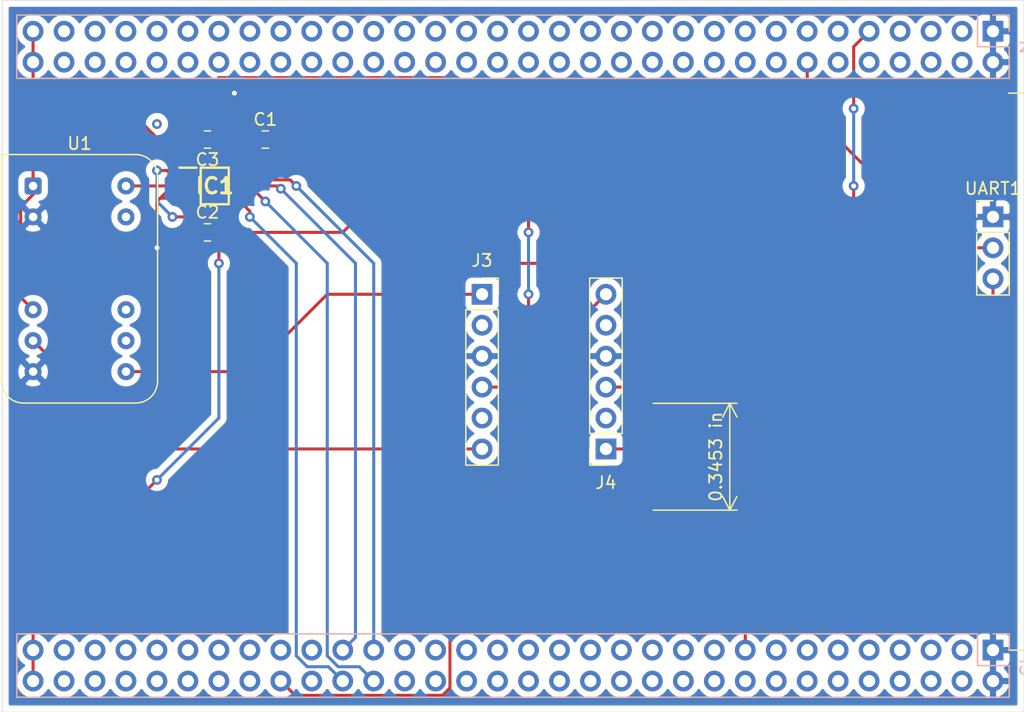
<source format=kicad_pcb>
(kicad_pcb (version 20171130) (host pcbnew 5.1.5)

  (general
    (thickness 1.6)
    (drawings 6)
    (tracks 134)
    (zones 0)
    (modules 10)
    (nets 134)
  )

  (page A4)
  (layers
    (0 F.Cu signal)
    (31 B.Cu signal)
    (32 B.Adhes user hide)
    (33 F.Adhes user hide)
    (34 B.Paste user hide)
    (35 F.Paste user hide)
    (36 B.SilkS user hide)
    (37 F.SilkS user hide)
    (38 B.Mask user hide)
    (39 F.Mask user hide)
    (40 Dwgs.User user hide)
    (41 Cmts.User user hide)
    (42 Eco1.User user hide)
    (43 Eco2.User user hide)
    (44 Edge.Cuts user)
    (45 Margin user hide)
    (46 B.CrtYd user hide)
    (47 F.CrtYd user hide)
    (48 B.Fab user hide)
    (49 F.Fab user hide)
  )

  (setup
    (last_trace_width 0.25)
    (trace_clearance 0.2)
    (zone_clearance 0.508)
    (zone_45_only no)
    (trace_min 0.2)
    (via_size 0.8)
    (via_drill 0.4)
    (via_min_size 0.4)
    (via_min_drill 0.3)
    (uvia_size 0.3)
    (uvia_drill 0.1)
    (uvias_allowed no)
    (uvia_min_size 0.2)
    (uvia_min_drill 0.1)
    (edge_width 0.05)
    (segment_width 0.2)
    (pcb_text_width 0.3)
    (pcb_text_size 1.5 1.5)
    (mod_edge_width 0.12)
    (mod_text_size 1 1)
    (mod_text_width 0.15)
    (pad_size 1.524 1.524)
    (pad_drill 0.762)
    (pad_to_mask_clearance 0.051)
    (solder_mask_min_width 0.25)
    (aux_axis_origin 0 0)
    (visible_elements FFFFFF7F)
    (pcbplotparams
      (layerselection 0x010fc_ffffffff)
      (usegerberextensions false)
      (usegerberattributes false)
      (usegerberadvancedattributes false)
      (creategerberjobfile false)
      (excludeedgelayer true)
      (linewidth 0.100000)
      (plotframeref false)
      (viasonmask false)
      (mode 1)
      (useauxorigin false)
      (hpglpennumber 1)
      (hpglpenspeed 20)
      (hpglpendiameter 15.000000)
      (psnegative false)
      (psa4output false)
      (plotreference true)
      (plotvalue true)
      (plotinvisibletext false)
      (padsonsilk false)
      (subtractmaskfromsilk false)
      (outputformat 1)
      (mirror false)
      (drillshape 1)
      (scaleselection 1)
      (outputdirectory ""))
  )

  (net 0 "")
  (net 1 "Net-(J1-Pad3)")
  (net 2 "Net-(J1-Pad4)")
  (net 3 "Net-(J1-Pad5)")
  (net 4 "Net-(J1-Pad6)")
  (net 5 "Net-(J1-Pad7)")
  (net 6 "Net-(J1-Pad8)")
  (net 7 "Net-(J1-Pad10)")
  (net 8 "Net-(J1-Pad11)")
  (net 9 "Net-(J1-Pad12)")
  (net 10 "Net-(J1-Pad13)")
  (net 11 "Net-(J1-Pad15)")
  (net 12 "Net-(J1-Pad16)")
  (net 13 "Net-(J1-Pad17)")
  (net 14 "Net-(J1-Pad18)")
  (net 15 "Net-(J1-Pad19)")
  (net 16 "Net-(J1-Pad20)")
  (net 17 "Net-(J1-Pad21)")
  (net 18 "Net-(J1-Pad22)")
  (net 19 "Net-(J1-Pad23)")
  (net 20 "Net-(J1-Pad24)")
  (net 21 "Net-(J1-Pad25)")
  (net 22 "Net-(J1-Pad26)")
  (net 23 "Net-(J1-Pad27)")
  (net 24 "Net-(J1-Pad28)")
  (net 25 "Net-(J1-Pad29)")
  (net 26 "Net-(J1-Pad30)")
  (net 27 "Net-(J1-Pad31)")
  (net 28 "Net-(J1-Pad32)")
  (net 29 "Net-(J1-Pad33)")
  (net 30 "Net-(J1-Pad34)")
  (net 31 "Net-(J1-Pad35)")
  (net 32 "Net-(J1-Pad36)")
  (net 33 "Net-(J1-Pad37)")
  (net 34 "Net-(J1-Pad38)")
  (net 35 "Net-(J1-Pad39)")
  (net 36 "Net-(J1-Pad40)")
  (net 37 "Net-(J1-Pad41)")
  (net 38 "Net-(J1-Pad42)")
  (net 39 "Net-(J1-Pad43)")
  (net 40 "Net-(J1-Pad44)")
  (net 41 "Net-(J1-Pad45)")
  (net 42 "Net-(J1-Pad46)")
  (net 43 "Net-(J1-Pad47)")
  (net 44 "Net-(J1-Pad48)")
  (net 45 "Net-(J1-Pad49)")
  (net 46 "Net-(J1-Pad50)")
  (net 47 "Net-(J1-Pad51)")
  (net 48 "Net-(J1-Pad52)")
  (net 49 "Net-(J1-Pad53)")
  (net 50 "Net-(J1-Pad54)")
  (net 51 "Net-(J1-Pad55)")
  (net 52 "Net-(J1-Pad56)")
  (net 53 "Net-(J1-Pad57)")
  (net 54 "Net-(J1-Pad58)")
  (net 55 "Net-(J1-Pad59)")
  (net 56 "Net-(J1-Pad60)")
  (net 57 "Net-(J1-Pad61)")
  (net 58 "Net-(J1-Pad62)")
  (net 59 "Net-(J2-Pad62)")
  (net 60 "Net-(J2-Pad61)")
  (net 61 "Net-(J2-Pad60)")
  (net 62 "Net-(J2-Pad59)")
  (net 63 "Net-(J2-Pad58)")
  (net 64 "Net-(J2-Pad57)")
  (net 65 "Net-(J2-Pad56)")
  (net 66 "Net-(J2-Pad55)")
  (net 67 "Net-(J2-Pad54)")
  (net 68 "Net-(J2-Pad53)")
  (net 69 "Net-(J2-Pad52)")
  (net 70 "Net-(J2-Pad51)")
  (net 71 "Net-(J2-Pad50)")
  (net 72 "Net-(J2-Pad49)")
  (net 73 "Net-(J2-Pad47)")
  (net 74 "Net-(J2-Pad46)")
  (net 75 "Net-(J2-Pad45)")
  (net 76 "Net-(J2-Pad40)")
  (net 77 "Net-(J2-Pad39)")
  (net 78 "Net-(J2-Pad38)")
  (net 79 "Net-(J2-Pad37)")
  (net 80 "Net-(J2-Pad36)")
  (net 81 "Net-(J2-Pad35)")
  (net 82 "Net-(J2-Pad34)")
  (net 83 "Net-(J2-Pad33)")
  (net 84 "Net-(J2-Pad32)")
  (net 85 "Net-(J2-Pad31)")
  (net 86 "Net-(J2-Pad30)")
  (net 87 "Net-(J2-Pad29)")
  (net 88 "Net-(J2-Pad28)")
  (net 89 "Net-(J2-Pad27)")
  (net 90 "Net-(J2-Pad26)")
  (net 91 "Net-(J2-Pad25)")
  (net 92 "Net-(J2-Pad24)")
  (net 93 "Net-(J2-Pad23)")
  (net 94 "Net-(J2-Pad22)")
  (net 95 "Net-(J2-Pad21)")
  (net 96 "Net-(J2-Pad20)")
  (net 97 "Net-(J2-Pad19)")
  (net 98 "Net-(J2-Pad18)")
  (net 99 "Net-(J2-Pad16)")
  (net 100 "Net-(J2-Pad15)")
  (net 101 "Net-(J2-Pad14)")
  (net 102 "Net-(J2-Pad13)")
  (net 103 "Net-(J2-Pad12)")
  (net 104 "Net-(J2-Pad11)")
  (net 105 "Net-(J2-Pad10)")
  (net 106 "Net-(J2-Pad9)")
  (net 107 "Net-(J2-Pad8)")
  (net 108 "Net-(J2-Pad7)")
  (net 109 "Net-(J2-Pad6)")
  (net 110 "Net-(J2-Pad5)")
  (net 111 "Net-(J2-Pad4)")
  (net 112 "Net-(J2-Pad3)")
  (net 113 VIDEO)
  (net 114 "Net-(U1-Pad9)")
  (net 115 "Net-(U1-Pad8)")
  (net 116 "Net-(U1-Pad7)")
  (net 117 PB11)
  (net 118 PA9)
  (net 119 GND)
  (net 120 +3V3)
  (net 121 +5V)
  (net 122 PA4)
  (net 123 PA6)
  (net 124 PA5)
  (net 125 PA7)
  (net 126 PC8)
  (net 127 PA0)
  (net 128 SPEKCLK)
  (net 129 "Net-(J3-Pad5)")
  (net 130 "Net-(J3-Pad2)")
  (net 131 SPEKST)
  (net 132 "Net-(J4-Pad2)")
  (net 133 "Net-(J4-Pad5)")

  (net_class Default "Dies ist die voreingestellte Netzklasse."
    (clearance 0.2)
    (trace_width 0.25)
    (via_dia 0.8)
    (via_drill 0.4)
    (uvia_dia 0.3)
    (uvia_drill 0.1)
    (add_net +3V3)
    (add_net +5V)
    (add_net GND)
    (add_net "Net-(J1-Pad10)")
    (add_net "Net-(J1-Pad11)")
    (add_net "Net-(J1-Pad12)")
    (add_net "Net-(J1-Pad13)")
    (add_net "Net-(J1-Pad15)")
    (add_net "Net-(J1-Pad16)")
    (add_net "Net-(J1-Pad17)")
    (add_net "Net-(J1-Pad18)")
    (add_net "Net-(J1-Pad19)")
    (add_net "Net-(J1-Pad20)")
    (add_net "Net-(J1-Pad21)")
    (add_net "Net-(J1-Pad22)")
    (add_net "Net-(J1-Pad23)")
    (add_net "Net-(J1-Pad24)")
    (add_net "Net-(J1-Pad25)")
    (add_net "Net-(J1-Pad26)")
    (add_net "Net-(J1-Pad27)")
    (add_net "Net-(J1-Pad28)")
    (add_net "Net-(J1-Pad29)")
    (add_net "Net-(J1-Pad3)")
    (add_net "Net-(J1-Pad30)")
    (add_net "Net-(J1-Pad31)")
    (add_net "Net-(J1-Pad32)")
    (add_net "Net-(J1-Pad33)")
    (add_net "Net-(J1-Pad34)")
    (add_net "Net-(J1-Pad35)")
    (add_net "Net-(J1-Pad36)")
    (add_net "Net-(J1-Pad37)")
    (add_net "Net-(J1-Pad38)")
    (add_net "Net-(J1-Pad39)")
    (add_net "Net-(J1-Pad4)")
    (add_net "Net-(J1-Pad40)")
    (add_net "Net-(J1-Pad41)")
    (add_net "Net-(J1-Pad42)")
    (add_net "Net-(J1-Pad43)")
    (add_net "Net-(J1-Pad44)")
    (add_net "Net-(J1-Pad45)")
    (add_net "Net-(J1-Pad46)")
    (add_net "Net-(J1-Pad47)")
    (add_net "Net-(J1-Pad48)")
    (add_net "Net-(J1-Pad49)")
    (add_net "Net-(J1-Pad5)")
    (add_net "Net-(J1-Pad50)")
    (add_net "Net-(J1-Pad51)")
    (add_net "Net-(J1-Pad52)")
    (add_net "Net-(J1-Pad53)")
    (add_net "Net-(J1-Pad54)")
    (add_net "Net-(J1-Pad55)")
    (add_net "Net-(J1-Pad56)")
    (add_net "Net-(J1-Pad57)")
    (add_net "Net-(J1-Pad58)")
    (add_net "Net-(J1-Pad59)")
    (add_net "Net-(J1-Pad6)")
    (add_net "Net-(J1-Pad60)")
    (add_net "Net-(J1-Pad61)")
    (add_net "Net-(J1-Pad62)")
    (add_net "Net-(J1-Pad7)")
    (add_net "Net-(J1-Pad8)")
    (add_net "Net-(J2-Pad10)")
    (add_net "Net-(J2-Pad11)")
    (add_net "Net-(J2-Pad12)")
    (add_net "Net-(J2-Pad13)")
    (add_net "Net-(J2-Pad14)")
    (add_net "Net-(J2-Pad15)")
    (add_net "Net-(J2-Pad16)")
    (add_net "Net-(J2-Pad18)")
    (add_net "Net-(J2-Pad19)")
    (add_net "Net-(J2-Pad20)")
    (add_net "Net-(J2-Pad21)")
    (add_net "Net-(J2-Pad22)")
    (add_net "Net-(J2-Pad23)")
    (add_net "Net-(J2-Pad24)")
    (add_net "Net-(J2-Pad25)")
    (add_net "Net-(J2-Pad26)")
    (add_net "Net-(J2-Pad27)")
    (add_net "Net-(J2-Pad28)")
    (add_net "Net-(J2-Pad29)")
    (add_net "Net-(J2-Pad3)")
    (add_net "Net-(J2-Pad30)")
    (add_net "Net-(J2-Pad31)")
    (add_net "Net-(J2-Pad32)")
    (add_net "Net-(J2-Pad33)")
    (add_net "Net-(J2-Pad34)")
    (add_net "Net-(J2-Pad35)")
    (add_net "Net-(J2-Pad36)")
    (add_net "Net-(J2-Pad37)")
    (add_net "Net-(J2-Pad38)")
    (add_net "Net-(J2-Pad39)")
    (add_net "Net-(J2-Pad4)")
    (add_net "Net-(J2-Pad40)")
    (add_net "Net-(J2-Pad45)")
    (add_net "Net-(J2-Pad46)")
    (add_net "Net-(J2-Pad47)")
    (add_net "Net-(J2-Pad49)")
    (add_net "Net-(J2-Pad5)")
    (add_net "Net-(J2-Pad50)")
    (add_net "Net-(J2-Pad51)")
    (add_net "Net-(J2-Pad52)")
    (add_net "Net-(J2-Pad53)")
    (add_net "Net-(J2-Pad54)")
    (add_net "Net-(J2-Pad55)")
    (add_net "Net-(J2-Pad56)")
    (add_net "Net-(J2-Pad57)")
    (add_net "Net-(J2-Pad58)")
    (add_net "Net-(J2-Pad59)")
    (add_net "Net-(J2-Pad6)")
    (add_net "Net-(J2-Pad60)")
    (add_net "Net-(J2-Pad61)")
    (add_net "Net-(J2-Pad62)")
    (add_net "Net-(J2-Pad7)")
    (add_net "Net-(J2-Pad8)")
    (add_net "Net-(J2-Pad9)")
    (add_net "Net-(J3-Pad2)")
    (add_net "Net-(J3-Pad5)")
    (add_net "Net-(J4-Pad2)")
    (add_net "Net-(J4-Pad5)")
    (add_net "Net-(U1-Pad7)")
    (add_net "Net-(U1-Pad8)")
    (add_net "Net-(U1-Pad9)")
    (add_net PA0)
    (add_net PA4)
    (add_net PA5)
    (add_net PA6)
    (add_net PA7)
    (add_net PA9)
    (add_net PB11)
    (add_net PC8)
    (add_net SPEKCLK)
    (add_net SPEKST)
    (add_net VIDEO)
  )

  (net_class GND ""
    (clearance 0.4)
    (trace_width 0.4)
    (via_dia 0.8)
    (via_drill 0.4)
    (uvia_dia 0.3)
    (uvia_drill 0.1)
  )

  (module OptoDevice:Hamamatsu_C12880 (layer F.Cu) (tedit 5B8874B6) (tstamp 5E51A379)
    (at 114.3 43.18)
    (descr "Hamamatsu spectrometer, see http://www.hamamatsu.com/resources/pdf/ssd/c12880ma_kacc1226e.pdf")
    (tags "opto spectrometer Hamamatsu")
    (path /5E4F81EB)
    (fp_text reference U1 (at 3.81 -3.48) (layer F.SilkS)
      (effects (font (size 1 1) (thickness 0.15)))
    )
    (fp_text value C12880MA (at 3.91 18.82) (layer F.Fab)
      (effects (font (size 1 1) (thickness 0.15)))
    )
    (fp_text user %R (at 3.86 5.22) (layer F.Fab)
      (effects (font (size 1 1) (thickness 0.15)))
    )
    (fp_line (start -2.59 -2.58) (end -2.59 16.02) (layer F.SilkS) (width 0.12))
    (fp_line (start 8.41 -2.58) (end -2.59 -2.58) (layer F.SilkS) (width 0.12))
    (fp_line (start 10.21 16.02) (end 10.21 -0.78) (layer F.SilkS) (width 0.12))
    (fp_line (start -0.79 17.82) (end 8.41 17.82) (layer F.SilkS) (width 0.12))
    (fp_line (start 8.31 -2.43) (end -2.44 -2.43) (layer F.Fab) (width 0.1))
    (fp_line (start 10.06 15.97) (end 10.06 -0.73) (layer F.Fab) (width 0.1))
    (fp_line (start -0.74 17.67) (end 8.31 17.67) (layer F.Fab) (width 0.1))
    (fp_line (start -2.44 -2.43) (end -2.44 15.97) (layer F.Fab) (width 0.1))
    (fp_line (start 2.21 8.12) (end 5.41 8.12) (layer F.Fab) (width 0.1))
    (fp_line (start -2.69 -2.68) (end 10.31 -2.68) (layer F.CrtYd) (width 0.05))
    (fp_line (start -2.69 -2.68) (end -2.69 17.92) (layer F.CrtYd) (width 0.05))
    (fp_line (start 10.31 17.92) (end 10.31 -2.68) (layer F.CrtYd) (width 0.05))
    (fp_line (start 10.31 17.92) (end -2.69 17.92) (layer F.CrtYd) (width 0.05))
    (fp_circle (center 3.81 8.12) (end 5.41 8.12) (layer F.Fab) (width 0.1))
    (fp_arc (start 8.41 16.02) (end 8.41 17.82) (angle -90) (layer F.SilkS) (width 0.12))
    (fp_arc (start -0.79 16.02) (end -2.59 16.02) (angle -90) (layer F.SilkS) (width 0.12))
    (fp_arc (start 8.41 -0.78) (end 10.21 -0.78) (angle -90) (layer F.SilkS) (width 0.12))
    (fp_arc (start 8.31 -0.68) (end 10.06 -0.68) (angle -90) (layer F.Fab) (width 0.1))
    (fp_arc (start 8.31 15.92) (end 8.31 17.67) (angle -90) (layer F.Fab) (width 0.1))
    (fp_arc (start -0.69 15.92) (end -2.44 15.92) (angle -90) (layer F.Fab) (width 0.1))
    (pad 10 thru_hole circle (at 7.62 0) (size 1.4 1.4) (drill 0.7) (layers *.Cu *.Mask)
      (net 113 VIDEO))
    (pad 9 thru_hole circle (at 7.62 2.54) (size 1.4 1.4) (drill 0.7) (layers *.Cu *.Mask)
      (net 114 "Net-(U1-Pad9)"))
    (pad 8 thru_hole circle (at 7.62 10.16) (size 1.4 1.4) (drill 0.7) (layers *.Cu *.Mask)
      (net 115 "Net-(U1-Pad8)"))
    (pad 7 thru_hole circle (at 7.62 12.7) (size 1.4 1.4) (drill 0.7) (layers *.Cu *.Mask)
      (net 116 "Net-(U1-Pad7)"))
    (pad 6 thru_hole circle (at 7.62 15.24) (size 1.4 1.4) (drill 0.7) (layers *.Cu *.Mask)
      (net 131 SPEKST))
    (pad 5 thru_hole circle (at 0 15.24) (size 1.4 1.4) (drill 0.7) (layers *.Cu *.Mask)
      (net 119 GND))
    (pad 4 thru_hole circle (at 0 12.7) (size 1.4 1.4) (drill 0.7) (layers *.Cu *.Mask)
      (net 128 SPEKCLK))
    (pad 3 thru_hole circle (at 0 10.16) (size 1.4 1.4) (drill 0.7) (layers *.Cu *.Mask)
      (net 121 +5V))
    (pad 2 thru_hole circle (at 0 2.54) (size 1.4 1.4) (drill 0.7) (layers *.Cu *.Mask)
      (net 119 GND))
    (pad 1 thru_hole roundrect (at 0 0) (size 1.4 1.4) (drill 0.7) (layers *.Cu *.Mask) (roundrect_rratio 0.1785)
      (net 121 +5V))
    (model ${KISYS3DMOD}/OptoDevice.3dshapes/Hamamatsu_C12880.wrl
      (at (xyz 0 0 0))
      (scale (xyz 1 1 1))
      (rotate (xyz 0 0 0))
    )
  )

  (module Connector_PinSocket_2.54mm:PinSocket_2x32_P2.54mm_Vertical (layer B.Cu) (tedit 5A19A428) (tstamp 5E51A322)
    (at 193.04 81.28 90)
    (descr "Through hole straight socket strip, 2x32, 2.54mm pitch, double cols (from Kicad 4.0.7), script generated")
    (tags "Through hole socket strip THT 2x32 2.54mm double row")
    (path /5E4EA3D4)
    (fp_text reference J2 (at -1.27 2.77 270) (layer B.SilkS)
      (effects (font (size 1 1) (thickness 0.15)) (justify mirror))
    )
    (fp_text value Conn_02x32_Odd_Even (at -1.27 -81.51 270) (layer B.Fab)
      (effects (font (size 1 1) (thickness 0.15)) (justify mirror))
    )
    (fp_text user %R (at -1.27 -39.37) (layer B.Fab)
      (effects (font (size 1 1) (thickness 0.15)) (justify mirror))
    )
    (fp_line (start -4.34 -80.55) (end -4.34 1.8) (layer B.CrtYd) (width 0.05))
    (fp_line (start 1.76 -80.55) (end -4.34 -80.55) (layer B.CrtYd) (width 0.05))
    (fp_line (start 1.76 1.8) (end 1.76 -80.55) (layer B.CrtYd) (width 0.05))
    (fp_line (start -4.34 1.8) (end 1.76 1.8) (layer B.CrtYd) (width 0.05))
    (fp_line (start 0 1.33) (end 1.33 1.33) (layer B.SilkS) (width 0.12))
    (fp_line (start 1.33 1.33) (end 1.33 0) (layer B.SilkS) (width 0.12))
    (fp_line (start -1.27 1.33) (end -1.27 -1.27) (layer B.SilkS) (width 0.12))
    (fp_line (start -1.27 -1.27) (end 1.33 -1.27) (layer B.SilkS) (width 0.12))
    (fp_line (start 1.33 -1.27) (end 1.33 -80.07) (layer B.SilkS) (width 0.12))
    (fp_line (start -3.87 -80.07) (end 1.33 -80.07) (layer B.SilkS) (width 0.12))
    (fp_line (start -3.87 1.33) (end -3.87 -80.07) (layer B.SilkS) (width 0.12))
    (fp_line (start -3.87 1.33) (end -1.27 1.33) (layer B.SilkS) (width 0.12))
    (fp_line (start -3.81 -80.01) (end -3.81 1.27) (layer B.Fab) (width 0.1))
    (fp_line (start 1.27 -80.01) (end -3.81 -80.01) (layer B.Fab) (width 0.1))
    (fp_line (start 1.27 0.27) (end 1.27 -80.01) (layer B.Fab) (width 0.1))
    (fp_line (start 0.27 1.27) (end 1.27 0.27) (layer B.Fab) (width 0.1))
    (fp_line (start -3.81 1.27) (end 0.27 1.27) (layer B.Fab) (width 0.1))
    (pad 64 thru_hole oval (at -2.54 -78.74 90) (size 1.7 1.7) (drill 1) (layers *.Cu *.Mask)
      (net 120 +3V3))
    (pad 63 thru_hole oval (at 0 -78.74 90) (size 1.7 1.7) (drill 1) (layers *.Cu *.Mask)
      (net 120 +3V3))
    (pad 62 thru_hole oval (at -2.54 -76.2 90) (size 1.7 1.7) (drill 1) (layers *.Cu *.Mask)
      (net 59 "Net-(J2-Pad62)"))
    (pad 61 thru_hole oval (at 0 -76.2 90) (size 1.7 1.7) (drill 1) (layers *.Cu *.Mask)
      (net 60 "Net-(J2-Pad61)"))
    (pad 60 thru_hole oval (at -2.54 -73.66 90) (size 1.7 1.7) (drill 1) (layers *.Cu *.Mask)
      (net 61 "Net-(J2-Pad60)"))
    (pad 59 thru_hole oval (at 0 -73.66 90) (size 1.7 1.7) (drill 1) (layers *.Cu *.Mask)
      (net 62 "Net-(J2-Pad59)"))
    (pad 58 thru_hole oval (at -2.54 -71.12 90) (size 1.7 1.7) (drill 1) (layers *.Cu *.Mask)
      (net 63 "Net-(J2-Pad58)"))
    (pad 57 thru_hole oval (at 0 -71.12 90) (size 1.7 1.7) (drill 1) (layers *.Cu *.Mask)
      (net 64 "Net-(J2-Pad57)"))
    (pad 56 thru_hole oval (at -2.54 -68.58 90) (size 1.7 1.7) (drill 1) (layers *.Cu *.Mask)
      (net 65 "Net-(J2-Pad56)"))
    (pad 55 thru_hole oval (at 0 -68.58 90) (size 1.7 1.7) (drill 1) (layers *.Cu *.Mask)
      (net 66 "Net-(J2-Pad55)"))
    (pad 54 thru_hole oval (at -2.54 -66.04 90) (size 1.7 1.7) (drill 1) (layers *.Cu *.Mask)
      (net 67 "Net-(J2-Pad54)"))
    (pad 53 thru_hole oval (at 0 -66.04 90) (size 1.7 1.7) (drill 1) (layers *.Cu *.Mask)
      (net 68 "Net-(J2-Pad53)"))
    (pad 52 thru_hole oval (at -2.54 -63.5 90) (size 1.7 1.7) (drill 1) (layers *.Cu *.Mask)
      (net 69 "Net-(J2-Pad52)"))
    (pad 51 thru_hole oval (at 0 -63.5 90) (size 1.7 1.7) (drill 1) (layers *.Cu *.Mask)
      (net 70 "Net-(J2-Pad51)"))
    (pad 50 thru_hole oval (at -2.54 -60.96 90) (size 1.7 1.7) (drill 1) (layers *.Cu *.Mask)
      (net 71 "Net-(J2-Pad50)"))
    (pad 49 thru_hole oval (at 0 -60.96 90) (size 1.7 1.7) (drill 1) (layers *.Cu *.Mask)
      (net 72 "Net-(J2-Pad49)"))
    (pad 48 thru_hole oval (at -2.54 -58.42 90) (size 1.7 1.7) (drill 1) (layers *.Cu *.Mask)
      (net 127 PA0))
    (pad 47 thru_hole oval (at 0 -58.42 90) (size 1.7 1.7) (drill 1) (layers *.Cu *.Mask)
      (net 73 "Net-(J2-Pad47)"))
    (pad 46 thru_hole oval (at -2.54 -55.88 90) (size 1.7 1.7) (drill 1) (layers *.Cu *.Mask)
      (net 74 "Net-(J2-Pad46)"))
    (pad 45 thru_hole oval (at 0 -55.88 90) (size 1.7 1.7) (drill 1) (layers *.Cu *.Mask)
      (net 75 "Net-(J2-Pad45)"))
    (pad 44 thru_hole oval (at -2.54 -53.34 90) (size 1.7 1.7) (drill 1) (layers *.Cu *.Mask)
      (net 122 PA4))
    (pad 43 thru_hole oval (at 0 -53.34 90) (size 1.7 1.7) (drill 1) (layers *.Cu *.Mask)
      (net 124 PA5))
    (pad 42 thru_hole oval (at -2.54 -50.8 90) (size 1.7 1.7) (drill 1) (layers *.Cu *.Mask)
      (net 123 PA6))
    (pad 41 thru_hole oval (at 0 -50.8 90) (size 1.7 1.7) (drill 1) (layers *.Cu *.Mask)
      (net 125 PA7))
    (pad 40 thru_hole oval (at -2.54 -48.26 90) (size 1.7 1.7) (drill 1) (layers *.Cu *.Mask)
      (net 76 "Net-(J2-Pad40)"))
    (pad 39 thru_hole oval (at 0 -48.26 90) (size 1.7 1.7) (drill 1) (layers *.Cu *.Mask)
      (net 77 "Net-(J2-Pad39)"))
    (pad 38 thru_hole oval (at -2.54 -45.72 90) (size 1.7 1.7) (drill 1) (layers *.Cu *.Mask)
      (net 78 "Net-(J2-Pad38)"))
    (pad 37 thru_hole oval (at 0 -45.72 90) (size 1.7 1.7) (drill 1) (layers *.Cu *.Mask)
      (net 79 "Net-(J2-Pad37)"))
    (pad 36 thru_hole oval (at -2.54 -43.18 90) (size 1.7 1.7) (drill 1) (layers *.Cu *.Mask)
      (net 80 "Net-(J2-Pad36)"))
    (pad 35 thru_hole oval (at 0 -43.18 90) (size 1.7 1.7) (drill 1) (layers *.Cu *.Mask)
      (net 81 "Net-(J2-Pad35)"))
    (pad 34 thru_hole oval (at -2.54 -40.64 90) (size 1.7 1.7) (drill 1) (layers *.Cu *.Mask)
      (net 82 "Net-(J2-Pad34)"))
    (pad 33 thru_hole oval (at 0 -40.64 90) (size 1.7 1.7) (drill 1) (layers *.Cu *.Mask)
      (net 83 "Net-(J2-Pad33)"))
    (pad 32 thru_hole oval (at -2.54 -38.1 90) (size 1.7 1.7) (drill 1) (layers *.Cu *.Mask)
      (net 84 "Net-(J2-Pad32)"))
    (pad 31 thru_hole oval (at 0 -38.1 90) (size 1.7 1.7) (drill 1) (layers *.Cu *.Mask)
      (net 85 "Net-(J2-Pad31)"))
    (pad 30 thru_hole oval (at -2.54 -35.56 90) (size 1.7 1.7) (drill 1) (layers *.Cu *.Mask)
      (net 86 "Net-(J2-Pad30)"))
    (pad 29 thru_hole oval (at 0 -35.56 90) (size 1.7 1.7) (drill 1) (layers *.Cu *.Mask)
      (net 87 "Net-(J2-Pad29)"))
    (pad 28 thru_hole oval (at -2.54 -33.02 90) (size 1.7 1.7) (drill 1) (layers *.Cu *.Mask)
      (net 88 "Net-(J2-Pad28)"))
    (pad 27 thru_hole oval (at 0 -33.02 90) (size 1.7 1.7) (drill 1) (layers *.Cu *.Mask)
      (net 89 "Net-(J2-Pad27)"))
    (pad 26 thru_hole oval (at -2.54 -30.48 90) (size 1.7 1.7) (drill 1) (layers *.Cu *.Mask)
      (net 90 "Net-(J2-Pad26)"))
    (pad 25 thru_hole oval (at 0 -30.48 90) (size 1.7 1.7) (drill 1) (layers *.Cu *.Mask)
      (net 91 "Net-(J2-Pad25)"))
    (pad 24 thru_hole oval (at -2.54 -27.94 90) (size 1.7 1.7) (drill 1) (layers *.Cu *.Mask)
      (net 92 "Net-(J2-Pad24)"))
    (pad 23 thru_hole oval (at 0 -27.94 90) (size 1.7 1.7) (drill 1) (layers *.Cu *.Mask)
      (net 93 "Net-(J2-Pad23)"))
    (pad 22 thru_hole oval (at -2.54 -25.4 90) (size 1.7 1.7) (drill 1) (layers *.Cu *.Mask)
      (net 94 "Net-(J2-Pad22)"))
    (pad 21 thru_hole oval (at 0 -25.4 90) (size 1.7 1.7) (drill 1) (layers *.Cu *.Mask)
      (net 95 "Net-(J2-Pad21)"))
    (pad 20 thru_hole oval (at -2.54 -22.86 90) (size 1.7 1.7) (drill 1) (layers *.Cu *.Mask)
      (net 96 "Net-(J2-Pad20)"))
    (pad 19 thru_hole oval (at 0 -22.86 90) (size 1.7 1.7) (drill 1) (layers *.Cu *.Mask)
      (net 97 "Net-(J2-Pad19)"))
    (pad 18 thru_hole oval (at -2.54 -20.32 90) (size 1.7 1.7) (drill 1) (layers *.Cu *.Mask)
      (net 98 "Net-(J2-Pad18)"))
    (pad 17 thru_hole oval (at 0 -20.32 90) (size 1.7 1.7) (drill 1) (layers *.Cu *.Mask)
      (net 117 PB11))
    (pad 16 thru_hole oval (at -2.54 -17.78 90) (size 1.7 1.7) (drill 1) (layers *.Cu *.Mask)
      (net 99 "Net-(J2-Pad16)"))
    (pad 15 thru_hole oval (at 0 -17.78 90) (size 1.7 1.7) (drill 1) (layers *.Cu *.Mask)
      (net 100 "Net-(J2-Pad15)"))
    (pad 14 thru_hole oval (at -2.54 -15.24 90) (size 1.7 1.7) (drill 1) (layers *.Cu *.Mask)
      (net 101 "Net-(J2-Pad14)"))
    (pad 13 thru_hole oval (at 0 -15.24 90) (size 1.7 1.7) (drill 1) (layers *.Cu *.Mask)
      (net 102 "Net-(J2-Pad13)"))
    (pad 12 thru_hole oval (at -2.54 -12.7 90) (size 1.7 1.7) (drill 1) (layers *.Cu *.Mask)
      (net 103 "Net-(J2-Pad12)"))
    (pad 11 thru_hole oval (at 0 -12.7 90) (size 1.7 1.7) (drill 1) (layers *.Cu *.Mask)
      (net 104 "Net-(J2-Pad11)"))
    (pad 10 thru_hole oval (at -2.54 -10.16 90) (size 1.7 1.7) (drill 1) (layers *.Cu *.Mask)
      (net 105 "Net-(J2-Pad10)"))
    (pad 9 thru_hole oval (at 0 -10.16 90) (size 1.7 1.7) (drill 1) (layers *.Cu *.Mask)
      (net 106 "Net-(J2-Pad9)"))
    (pad 8 thru_hole oval (at -2.54 -7.62 90) (size 1.7 1.7) (drill 1) (layers *.Cu *.Mask)
      (net 107 "Net-(J2-Pad8)"))
    (pad 7 thru_hole oval (at 0 -7.62 90) (size 1.7 1.7) (drill 1) (layers *.Cu *.Mask)
      (net 108 "Net-(J2-Pad7)"))
    (pad 6 thru_hole oval (at -2.54 -5.08 90) (size 1.7 1.7) (drill 1) (layers *.Cu *.Mask)
      (net 109 "Net-(J2-Pad6)"))
    (pad 5 thru_hole oval (at 0 -5.08 90) (size 1.7 1.7) (drill 1) (layers *.Cu *.Mask)
      (net 110 "Net-(J2-Pad5)"))
    (pad 4 thru_hole oval (at -2.54 -2.54 90) (size 1.7 1.7) (drill 1) (layers *.Cu *.Mask)
      (net 111 "Net-(J2-Pad4)"))
    (pad 3 thru_hole oval (at 0 -2.54 90) (size 1.7 1.7) (drill 1) (layers *.Cu *.Mask)
      (net 112 "Net-(J2-Pad3)"))
    (pad 2 thru_hole oval (at -2.54 0 90) (size 1.7 1.7) (drill 1) (layers *.Cu *.Mask)
      (net 119 GND))
    (pad 1 thru_hole rect (at 0 0 90) (size 1.7 1.7) (drill 1) (layers *.Cu *.Mask)
      (net 119 GND))
    (model ${KISYS3DMOD}/Connector_PinSocket_2.54mm.3dshapes/PinSocket_2x32_P2.54mm_Vertical.wrl
      (at (xyz 0 0 0))
      (scale (xyz 1 1 1))
      (rotate (xyz 0 0 0))
    )
  )

  (module Capacitor_SMD:C_0805_2012Metric (layer F.Cu) (tedit 5B36C52B) (tstamp 5E51A237)
    (at 133.35 39.37)
    (descr "Capacitor SMD 0805 (2012 Metric), square (rectangular) end terminal, IPC_7351 nominal, (Body size source: https://docs.google.com/spreadsheets/d/1BsfQQcO9C6DZCsRaXUlFlo91Tg2WpOkGARC1WS5S8t0/edit?usp=sharing), generated with kicad-footprint-generator")
    (tags capacitor)
    (path /5E530684)
    (attr smd)
    (fp_text reference C1 (at 0 -1.65) (layer F.SilkS)
      (effects (font (size 1 1) (thickness 0.15)))
    )
    (fp_text value "1 uF" (at 0 1.65) (layer F.Fab)
      (effects (font (size 1 1) (thickness 0.15)))
    )
    (fp_line (start -1 0.6) (end -1 -0.6) (layer F.Fab) (width 0.1))
    (fp_line (start -1 -0.6) (end 1 -0.6) (layer F.Fab) (width 0.1))
    (fp_line (start 1 -0.6) (end 1 0.6) (layer F.Fab) (width 0.1))
    (fp_line (start 1 0.6) (end -1 0.6) (layer F.Fab) (width 0.1))
    (fp_line (start -0.258578 -0.71) (end 0.258578 -0.71) (layer F.SilkS) (width 0.12))
    (fp_line (start -0.258578 0.71) (end 0.258578 0.71) (layer F.SilkS) (width 0.12))
    (fp_line (start -1.68 0.95) (end -1.68 -0.95) (layer F.CrtYd) (width 0.05))
    (fp_line (start -1.68 -0.95) (end 1.68 -0.95) (layer F.CrtYd) (width 0.05))
    (fp_line (start 1.68 -0.95) (end 1.68 0.95) (layer F.CrtYd) (width 0.05))
    (fp_line (start 1.68 0.95) (end -1.68 0.95) (layer F.CrtYd) (width 0.05))
    (fp_text user %R (at 0 0) (layer F.Fab)
      (effects (font (size 0.5 0.5) (thickness 0.08)))
    )
    (pad 1 smd roundrect (at -0.9375 0) (size 0.975 1.4) (layers F.Cu F.Paste F.Mask) (roundrect_rratio 0.25)
      (net 119 GND))
    (pad 2 smd roundrect (at 0.9375 0) (size 0.975 1.4) (layers F.Cu F.Paste F.Mask) (roundrect_rratio 0.25)
      (net 120 +3V3))
    (model ${KISYS3DMOD}/Capacitor_SMD.3dshapes/C_0805_2012Metric.wrl
      (at (xyz 0 0 0))
      (scale (xyz 1 1 1))
      (rotate (xyz 0 0 0))
    )
  )

  (module Capacitor_SMD:C_0805_2012Metric (layer F.Cu) (tedit 5B36C52B) (tstamp 5E51A248)
    (at 128.6025 46.99)
    (descr "Capacitor SMD 0805 (2012 Metric), square (rectangular) end terminal, IPC_7351 nominal, (Body size source: https://docs.google.com/spreadsheets/d/1BsfQQcO9C6DZCsRaXUlFlo91Tg2WpOkGARC1WS5S8t0/edit?usp=sharing), generated with kicad-footprint-generator")
    (tags capacitor)
    (path /5E530F34)
    (attr smd)
    (fp_text reference C2 (at 0 -1.65) (layer F.SilkS)
      (effects (font (size 1 1) (thickness 0.15)))
    )
    (fp_text value "1 uF" (at 0 1.65) (layer F.Fab)
      (effects (font (size 1 1) (thickness 0.15)))
    )
    (fp_text user %R (at 0 0) (layer F.Fab)
      (effects (font (size 0.5 0.5) (thickness 0.08)))
    )
    (fp_line (start 1.68 0.95) (end -1.68 0.95) (layer F.CrtYd) (width 0.05))
    (fp_line (start 1.68 -0.95) (end 1.68 0.95) (layer F.CrtYd) (width 0.05))
    (fp_line (start -1.68 -0.95) (end 1.68 -0.95) (layer F.CrtYd) (width 0.05))
    (fp_line (start -1.68 0.95) (end -1.68 -0.95) (layer F.CrtYd) (width 0.05))
    (fp_line (start -0.258578 0.71) (end 0.258578 0.71) (layer F.SilkS) (width 0.12))
    (fp_line (start -0.258578 -0.71) (end 0.258578 -0.71) (layer F.SilkS) (width 0.12))
    (fp_line (start 1 0.6) (end -1 0.6) (layer F.Fab) (width 0.1))
    (fp_line (start 1 -0.6) (end 1 0.6) (layer F.Fab) (width 0.1))
    (fp_line (start -1 -0.6) (end 1 -0.6) (layer F.Fab) (width 0.1))
    (fp_line (start -1 0.6) (end -1 -0.6) (layer F.Fab) (width 0.1))
    (pad 2 smd roundrect (at 0.9375 0) (size 0.975 1.4) (layers F.Cu F.Paste F.Mask) (roundrect_rratio 0.25)
      (net 120 +3V3))
    (pad 1 smd roundrect (at -0.9375 0) (size 0.975 1.4) (layers F.Cu F.Paste F.Mask) (roundrect_rratio 0.25)
      (net 119 GND))
    (model ${KISYS3DMOD}/Capacitor_SMD.3dshapes/C_0805_2012Metric.wrl
      (at (xyz 0 0 0))
      (scale (xyz 1 1 1))
      (rotate (xyz 0 0 0))
    )
  )

  (module Connector_PinSocket_2.54mm:PinSocket_1x06_P2.54mm_Vertical (layer F.Cu) (tedit 5A19A430) (tstamp 5E51A33C)
    (at 151.13 52.07)
    (descr "Through hole straight socket strip, 1x06, 2.54mm pitch, single row (from Kicad 4.0.7), script generated")
    (tags "Through hole socket strip THT 1x06 2.54mm single row")
    (path /5E56EA2D)
    (fp_text reference J3 (at 0 -2.77) (layer F.SilkS)
      (effects (font (size 1 1) (thickness 0.15)))
    )
    (fp_text value Conn_01x06_Female (at 0 15.47) (layer F.Fab)
      (effects (font (size 1 1) (thickness 0.15)))
    )
    (fp_text user %R (at 0 6.35 90) (layer F.Fab)
      (effects (font (size 1 1) (thickness 0.15)))
    )
    (fp_line (start -1.8 14.45) (end -1.8 -1.8) (layer F.CrtYd) (width 0.05))
    (fp_line (start 1.75 14.45) (end -1.8 14.45) (layer F.CrtYd) (width 0.05))
    (fp_line (start 1.75 -1.8) (end 1.75 14.45) (layer F.CrtYd) (width 0.05))
    (fp_line (start -1.8 -1.8) (end 1.75 -1.8) (layer F.CrtYd) (width 0.05))
    (fp_line (start 0 -1.33) (end 1.33 -1.33) (layer F.SilkS) (width 0.12))
    (fp_line (start 1.33 -1.33) (end 1.33 0) (layer F.SilkS) (width 0.12))
    (fp_line (start 1.33 1.27) (end 1.33 14.03) (layer F.SilkS) (width 0.12))
    (fp_line (start -1.33 14.03) (end 1.33 14.03) (layer F.SilkS) (width 0.12))
    (fp_line (start -1.33 1.27) (end -1.33 14.03) (layer F.SilkS) (width 0.12))
    (fp_line (start -1.33 1.27) (end 1.33 1.27) (layer F.SilkS) (width 0.12))
    (fp_line (start -1.27 13.97) (end -1.27 -1.27) (layer F.Fab) (width 0.1))
    (fp_line (start 1.27 13.97) (end -1.27 13.97) (layer F.Fab) (width 0.1))
    (fp_line (start 1.27 -0.635) (end 1.27 13.97) (layer F.Fab) (width 0.1))
    (fp_line (start 0.635 -1.27) (end 1.27 -0.635) (layer F.Fab) (width 0.1))
    (fp_line (start -1.27 -1.27) (end 0.635 -1.27) (layer F.Fab) (width 0.1))
    (pad 6 thru_hole oval (at 0 12.7) (size 1.7 1.7) (drill 1) (layers *.Cu *.Mask)
      (net 128 SPEKCLK))
    (pad 5 thru_hole oval (at 0 10.16) (size 1.7 1.7) (drill 1) (layers *.Cu *.Mask)
      (net 129 "Net-(J3-Pad5)"))
    (pad 4 thru_hole oval (at 0 7.62) (size 1.7 1.7) (drill 1) (layers *.Cu *.Mask)
      (net 121 +5V))
    (pad 3 thru_hole oval (at 0 5.08) (size 1.7 1.7) (drill 1) (layers *.Cu *.Mask)
      (net 119 GND))
    (pad 2 thru_hole oval (at 0 2.54) (size 1.7 1.7) (drill 1) (layers *.Cu *.Mask)
      (net 130 "Net-(J3-Pad2)"))
    (pad 1 thru_hole rect (at 0 0) (size 1.7 1.7) (drill 1) (layers *.Cu *.Mask)
      (net 131 SPEKST))
    (model ${KISYS3DMOD}/Connector_PinSocket_2.54mm.3dshapes/PinSocket_1x06_P2.54mm_Vertical.wrl
      (at (xyz 0 0 0))
      (scale (xyz 1 1 1))
      (rotate (xyz 0 0 0))
    )
  )

  (module Capacitor_SMD:C_0805_2012Metric (layer F.Cu) (tedit 5B36C52B) (tstamp 5E51A259)
    (at 128.6025 39.37 180)
    (descr "Capacitor SMD 0805 (2012 Metric), square (rectangular) end terminal, IPC_7351 nominal, (Body size source: https://docs.google.com/spreadsheets/d/1BsfQQcO9C6DZCsRaXUlFlo91Tg2WpOkGARC1WS5S8t0/edit?usp=sharing), generated with kicad-footprint-generator")
    (tags capacitor)
    (path /5E52897E)
    (attr smd)
    (fp_text reference C3 (at 0 -1.65) (layer F.SilkS)
      (effects (font (size 1 1) (thickness 0.15)))
    )
    (fp_text value "10 uF" (at 0 1.65) (layer F.Fab)
      (effects (font (size 1 1) (thickness 0.15)))
    )
    (fp_line (start -1 0.6) (end -1 -0.6) (layer F.Fab) (width 0.1))
    (fp_line (start -1 -0.6) (end 1 -0.6) (layer F.Fab) (width 0.1))
    (fp_line (start 1 -0.6) (end 1 0.6) (layer F.Fab) (width 0.1))
    (fp_line (start 1 0.6) (end -1 0.6) (layer F.Fab) (width 0.1))
    (fp_line (start -0.258578 -0.71) (end 0.258578 -0.71) (layer F.SilkS) (width 0.12))
    (fp_line (start -0.258578 0.71) (end 0.258578 0.71) (layer F.SilkS) (width 0.12))
    (fp_line (start -1.68 0.95) (end -1.68 -0.95) (layer F.CrtYd) (width 0.05))
    (fp_line (start -1.68 -0.95) (end 1.68 -0.95) (layer F.CrtYd) (width 0.05))
    (fp_line (start 1.68 -0.95) (end 1.68 0.95) (layer F.CrtYd) (width 0.05))
    (fp_line (start 1.68 0.95) (end -1.68 0.95) (layer F.CrtYd) (width 0.05))
    (fp_text user %R (at 0 0) (layer F.Fab)
      (effects (font (size 0.5 0.5) (thickness 0.08)))
    )
    (pad 1 smd roundrect (at -0.9375 0 180) (size 0.975 1.4) (layers F.Cu F.Paste F.Mask) (roundrect_rratio 0.25)
      (net 119 GND))
    (pad 2 smd roundrect (at 0.9375 0 180) (size 0.975 1.4) (layers F.Cu F.Paste F.Mask) (roundrect_rratio 0.25)
      (net 121 +5V))
    (model ${KISYS3DMOD}/Capacitor_SMD.3dshapes/C_0805_2012Metric.wrl
      (at (xyz 0 0 0))
      (scale (xyz 1 1 1))
      (rotate (xyz 0 0 0))
    )
  )

  (module SamacSys_Parts:SOP50P490X110-10N (layer F.Cu) (tedit 0) (tstamp 5E51A276)
    (at 129.2 43.18)
    (descr "DGS (S-PDSO-G10)")
    (tags "Integrated Circuit")
    (path /5E5050BF)
    (attr smd)
    (fp_text reference IC1 (at 0 0) (layer F.SilkS)
      (effects (font (size 1.27 1.27) (thickness 0.254)))
    )
    (fp_text value ADS8860IDGS (at 0 0) (layer F.SilkS) hide
      (effects (font (size 1.27 1.27) (thickness 0.254)))
    )
    (fp_text user %R (at 0 0) (layer F.Fab)
      (effects (font (size 1.27 1.27) (thickness 0.254)))
    )
    (fp_line (start -3.15 -1.8) (end 3.15 -1.8) (layer F.CrtYd) (width 0.05))
    (fp_line (start 3.15 -1.8) (end 3.15 1.8) (layer F.CrtYd) (width 0.05))
    (fp_line (start 3.15 1.8) (end -3.15 1.8) (layer F.CrtYd) (width 0.05))
    (fp_line (start -3.15 1.8) (end -3.15 -1.8) (layer F.CrtYd) (width 0.05))
    (fp_line (start -1.5 -1.5) (end 1.5 -1.5) (layer F.Fab) (width 0.1))
    (fp_line (start 1.5 -1.5) (end 1.5 1.5) (layer F.Fab) (width 0.1))
    (fp_line (start 1.5 1.5) (end -1.5 1.5) (layer F.Fab) (width 0.1))
    (fp_line (start -1.5 1.5) (end -1.5 -1.5) (layer F.Fab) (width 0.1))
    (fp_line (start -1.5 -1) (end -1 -1.5) (layer F.Fab) (width 0.1))
    (fp_line (start -1.15 -1.5) (end 1.15 -1.5) (layer F.SilkS) (width 0.2))
    (fp_line (start 1.15 -1.5) (end 1.15 1.5) (layer F.SilkS) (width 0.2))
    (fp_line (start 1.15 1.5) (end -1.15 1.5) (layer F.SilkS) (width 0.2))
    (fp_line (start -1.15 1.5) (end -1.15 -1.5) (layer F.SilkS) (width 0.2))
    (fp_line (start -2.9 -1.5) (end -1.5 -1.5) (layer F.SilkS) (width 0.2))
    (pad 1 smd rect (at -2.2 -1 90) (size 0.3 1.4) (layers F.Cu F.Paste F.Mask)
      (net 121 +5V))
    (pad 2 smd rect (at -2.2 -0.5 90) (size 0.3 1.4) (layers F.Cu F.Paste F.Mask)
      (net 120 +3V3))
    (pad 3 smd rect (at -2.2 0 90) (size 0.3 1.4) (layers F.Cu F.Paste F.Mask)
      (net 113 VIDEO))
    (pad 4 smd rect (at -2.2 0.5 90) (size 0.3 1.4) (layers F.Cu F.Paste F.Mask)
      (net 119 GND))
    (pad 5 smd rect (at -2.2 1 90) (size 0.3 1.4) (layers F.Cu F.Paste F.Mask)
      (net 119 GND))
    (pad 6 smd rect (at 2.2 1 90) (size 0.3 1.4) (layers F.Cu F.Paste F.Mask)
      (net 122 PA4))
    (pad 7 smd rect (at 2.2 0.5 90) (size 0.3 1.4) (layers F.Cu F.Paste F.Mask)
      (net 123 PA6))
    (pad 8 smd rect (at 2.2 0 90) (size 0.3 1.4) (layers F.Cu F.Paste F.Mask)
      (net 124 PA5))
    (pad 9 smd rect (at 2.2 -0.5 90) (size 0.3 1.4) (layers F.Cu F.Paste F.Mask)
      (net 125 PA7))
    (pad 10 smd rect (at 2.2 -1 90) (size 0.3 1.4) (layers F.Cu F.Paste F.Mask)
      (net 120 +3V3))
    (model C:\Users\mobilestudio\Desktop\Kicad\SamacSys_Parts.3dshapes\ADS8860IDGS.stp
      (at (xyz 0 0 0))
      (scale (xyz 1 1 1))
      (rotate (xyz 0 0 0))
    )
  )

  (module Connector_PinSocket_2.54mm:PinSocket_2x32_P2.54mm_Vertical (layer B.Cu) (tedit 5A19A428) (tstamp 5E51A2CC)
    (at 193.04 30.48 90)
    (descr "Through hole straight socket strip, 2x32, 2.54mm pitch, double cols (from Kicad 4.0.7), script generated")
    (tags "Through hole socket strip THT 2x32 2.54mm double row")
    (path /5E4E53BD)
    (fp_text reference J1 (at -1.27 2.77 270) (layer B.SilkS)
      (effects (font (size 1 1) (thickness 0.15)) (justify mirror))
    )
    (fp_text value Conn_02x32_Odd_Even (at -1.27 -81.51 270) (layer B.Fab)
      (effects (font (size 1 1) (thickness 0.15)) (justify mirror))
    )
    (fp_line (start -3.81 1.27) (end 0.27 1.27) (layer B.Fab) (width 0.1))
    (fp_line (start 0.27 1.27) (end 1.27 0.27) (layer B.Fab) (width 0.1))
    (fp_line (start 1.27 0.27) (end 1.27 -80.01) (layer B.Fab) (width 0.1))
    (fp_line (start 1.27 -80.01) (end -3.81 -80.01) (layer B.Fab) (width 0.1))
    (fp_line (start -3.81 -80.01) (end -3.81 1.27) (layer B.Fab) (width 0.1))
    (fp_line (start -3.87 1.33) (end -1.27 1.33) (layer B.SilkS) (width 0.12))
    (fp_line (start -3.87 1.33) (end -3.87 -80.07) (layer B.SilkS) (width 0.12))
    (fp_line (start -3.87 -80.07) (end 1.33 -80.07) (layer B.SilkS) (width 0.12))
    (fp_line (start 1.33 -1.27) (end 1.33 -80.07) (layer B.SilkS) (width 0.12))
    (fp_line (start -1.27 -1.27) (end 1.33 -1.27) (layer B.SilkS) (width 0.12))
    (fp_line (start -1.27 1.33) (end -1.27 -1.27) (layer B.SilkS) (width 0.12))
    (fp_line (start 1.33 1.33) (end 1.33 0) (layer B.SilkS) (width 0.12))
    (fp_line (start 0 1.33) (end 1.33 1.33) (layer B.SilkS) (width 0.12))
    (fp_line (start -4.34 1.8) (end 1.76 1.8) (layer B.CrtYd) (width 0.05))
    (fp_line (start 1.76 1.8) (end 1.76 -80.55) (layer B.CrtYd) (width 0.05))
    (fp_line (start 1.76 -80.55) (end -4.34 -80.55) (layer B.CrtYd) (width 0.05))
    (fp_line (start -4.34 -80.55) (end -4.34 1.8) (layer B.CrtYd) (width 0.05))
    (fp_text user %R (at -1.27 -39.37) (layer B.Fab)
      (effects (font (size 1 1) (thickness 0.15)) (justify mirror))
    )
    (pad 1 thru_hole rect (at 0 0 90) (size 1.7 1.7) (drill 1) (layers *.Cu *.Mask)
      (net 119 GND))
    (pad 2 thru_hole oval (at -2.54 0 90) (size 1.7 1.7) (drill 1) (layers *.Cu *.Mask)
      (net 119 GND))
    (pad 3 thru_hole oval (at 0 -2.54 90) (size 1.7 1.7) (drill 1) (layers *.Cu *.Mask)
      (net 1 "Net-(J1-Pad3)"))
    (pad 4 thru_hole oval (at -2.54 -2.54 90) (size 1.7 1.7) (drill 1) (layers *.Cu *.Mask)
      (net 2 "Net-(J1-Pad4)"))
    (pad 5 thru_hole oval (at 0 -5.08 90) (size 1.7 1.7) (drill 1) (layers *.Cu *.Mask)
      (net 3 "Net-(J1-Pad5)"))
    (pad 6 thru_hole oval (at -2.54 -5.08 90) (size 1.7 1.7) (drill 1) (layers *.Cu *.Mask)
      (net 4 "Net-(J1-Pad6)"))
    (pad 7 thru_hole oval (at 0 -7.62 90) (size 1.7 1.7) (drill 1) (layers *.Cu *.Mask)
      (net 5 "Net-(J1-Pad7)"))
    (pad 8 thru_hole oval (at -2.54 -7.62 90) (size 1.7 1.7) (drill 1) (layers *.Cu *.Mask)
      (net 6 "Net-(J1-Pad8)"))
    (pad 9 thru_hole oval (at 0 -10.16 90) (size 1.7 1.7) (drill 1) (layers *.Cu *.Mask)
      (net 126 PC8))
    (pad 10 thru_hole oval (at -2.54 -10.16 90) (size 1.7 1.7) (drill 1) (layers *.Cu *.Mask)
      (net 7 "Net-(J1-Pad10)"))
    (pad 11 thru_hole oval (at 0 -12.7 90) (size 1.7 1.7) (drill 1) (layers *.Cu *.Mask)
      (net 8 "Net-(J1-Pad11)"))
    (pad 12 thru_hole oval (at -2.54 -12.7 90) (size 1.7 1.7) (drill 1) (layers *.Cu *.Mask)
      (net 9 "Net-(J1-Pad12)"))
    (pad 13 thru_hole oval (at 0 -15.24 90) (size 1.7 1.7) (drill 1) (layers *.Cu *.Mask)
      (net 10 "Net-(J1-Pad13)"))
    (pad 14 thru_hole oval (at -2.54 -15.24 90) (size 1.7 1.7) (drill 1) (layers *.Cu *.Mask)
      (net 118 PA9))
    (pad 15 thru_hole oval (at 0 -17.78 90) (size 1.7 1.7) (drill 1) (layers *.Cu *.Mask)
      (net 11 "Net-(J1-Pad15)"))
    (pad 16 thru_hole oval (at -2.54 -17.78 90) (size 1.7 1.7) (drill 1) (layers *.Cu *.Mask)
      (net 12 "Net-(J1-Pad16)"))
    (pad 17 thru_hole oval (at 0 -20.32 90) (size 1.7 1.7) (drill 1) (layers *.Cu *.Mask)
      (net 13 "Net-(J1-Pad17)"))
    (pad 18 thru_hole oval (at -2.54 -20.32 90) (size 1.7 1.7) (drill 1) (layers *.Cu *.Mask)
      (net 14 "Net-(J1-Pad18)"))
    (pad 19 thru_hole oval (at 0 -22.86 90) (size 1.7 1.7) (drill 1) (layers *.Cu *.Mask)
      (net 15 "Net-(J1-Pad19)"))
    (pad 20 thru_hole oval (at -2.54 -22.86 90) (size 1.7 1.7) (drill 1) (layers *.Cu *.Mask)
      (net 16 "Net-(J1-Pad20)"))
    (pad 21 thru_hole oval (at 0 -25.4 90) (size 1.7 1.7) (drill 1) (layers *.Cu *.Mask)
      (net 17 "Net-(J1-Pad21)"))
    (pad 22 thru_hole oval (at -2.54 -25.4 90) (size 1.7 1.7) (drill 1) (layers *.Cu *.Mask)
      (net 18 "Net-(J1-Pad22)"))
    (pad 23 thru_hole oval (at 0 -27.94 90) (size 1.7 1.7) (drill 1) (layers *.Cu *.Mask)
      (net 19 "Net-(J1-Pad23)"))
    (pad 24 thru_hole oval (at -2.54 -27.94 90) (size 1.7 1.7) (drill 1) (layers *.Cu *.Mask)
      (net 20 "Net-(J1-Pad24)"))
    (pad 25 thru_hole oval (at 0 -30.48 90) (size 1.7 1.7) (drill 1) (layers *.Cu *.Mask)
      (net 21 "Net-(J1-Pad25)"))
    (pad 26 thru_hole oval (at -2.54 -30.48 90) (size 1.7 1.7) (drill 1) (layers *.Cu *.Mask)
      (net 22 "Net-(J1-Pad26)"))
    (pad 27 thru_hole oval (at 0 -33.02 90) (size 1.7 1.7) (drill 1) (layers *.Cu *.Mask)
      (net 23 "Net-(J1-Pad27)"))
    (pad 28 thru_hole oval (at -2.54 -33.02 90) (size 1.7 1.7) (drill 1) (layers *.Cu *.Mask)
      (net 24 "Net-(J1-Pad28)"))
    (pad 29 thru_hole oval (at 0 -35.56 90) (size 1.7 1.7) (drill 1) (layers *.Cu *.Mask)
      (net 25 "Net-(J1-Pad29)"))
    (pad 30 thru_hole oval (at -2.54 -35.56 90) (size 1.7 1.7) (drill 1) (layers *.Cu *.Mask)
      (net 26 "Net-(J1-Pad30)"))
    (pad 31 thru_hole oval (at 0 -38.1 90) (size 1.7 1.7) (drill 1) (layers *.Cu *.Mask)
      (net 27 "Net-(J1-Pad31)"))
    (pad 32 thru_hole oval (at -2.54 -38.1 90) (size 1.7 1.7) (drill 1) (layers *.Cu *.Mask)
      (net 28 "Net-(J1-Pad32)"))
    (pad 33 thru_hole oval (at 0 -40.64 90) (size 1.7 1.7) (drill 1) (layers *.Cu *.Mask)
      (net 29 "Net-(J1-Pad33)"))
    (pad 34 thru_hole oval (at -2.54 -40.64 90) (size 1.7 1.7) (drill 1) (layers *.Cu *.Mask)
      (net 30 "Net-(J1-Pad34)"))
    (pad 35 thru_hole oval (at 0 -43.18 90) (size 1.7 1.7) (drill 1) (layers *.Cu *.Mask)
      (net 31 "Net-(J1-Pad35)"))
    (pad 36 thru_hole oval (at -2.54 -43.18 90) (size 1.7 1.7) (drill 1) (layers *.Cu *.Mask)
      (net 32 "Net-(J1-Pad36)"))
    (pad 37 thru_hole oval (at 0 -45.72 90) (size 1.7 1.7) (drill 1) (layers *.Cu *.Mask)
      (net 33 "Net-(J1-Pad37)"))
    (pad 38 thru_hole oval (at -2.54 -45.72 90) (size 1.7 1.7) (drill 1) (layers *.Cu *.Mask)
      (net 34 "Net-(J1-Pad38)"))
    (pad 39 thru_hole oval (at 0 -48.26 90) (size 1.7 1.7) (drill 1) (layers *.Cu *.Mask)
      (net 35 "Net-(J1-Pad39)"))
    (pad 40 thru_hole oval (at -2.54 -48.26 90) (size 1.7 1.7) (drill 1) (layers *.Cu *.Mask)
      (net 36 "Net-(J1-Pad40)"))
    (pad 41 thru_hole oval (at 0 -50.8 90) (size 1.7 1.7) (drill 1) (layers *.Cu *.Mask)
      (net 37 "Net-(J1-Pad41)"))
    (pad 42 thru_hole oval (at -2.54 -50.8 90) (size 1.7 1.7) (drill 1) (layers *.Cu *.Mask)
      (net 38 "Net-(J1-Pad42)"))
    (pad 43 thru_hole oval (at 0 -53.34 90) (size 1.7 1.7) (drill 1) (layers *.Cu *.Mask)
      (net 39 "Net-(J1-Pad43)"))
    (pad 44 thru_hole oval (at -2.54 -53.34 90) (size 1.7 1.7) (drill 1) (layers *.Cu *.Mask)
      (net 40 "Net-(J1-Pad44)"))
    (pad 45 thru_hole oval (at 0 -55.88 90) (size 1.7 1.7) (drill 1) (layers *.Cu *.Mask)
      (net 41 "Net-(J1-Pad45)"))
    (pad 46 thru_hole oval (at -2.54 -55.88 90) (size 1.7 1.7) (drill 1) (layers *.Cu *.Mask)
      (net 42 "Net-(J1-Pad46)"))
    (pad 47 thru_hole oval (at 0 -58.42 90) (size 1.7 1.7) (drill 1) (layers *.Cu *.Mask)
      (net 43 "Net-(J1-Pad47)"))
    (pad 48 thru_hole oval (at -2.54 -58.42 90) (size 1.7 1.7) (drill 1) (layers *.Cu *.Mask)
      (net 44 "Net-(J1-Pad48)"))
    (pad 49 thru_hole oval (at 0 -60.96 90) (size 1.7 1.7) (drill 1) (layers *.Cu *.Mask)
      (net 45 "Net-(J1-Pad49)"))
    (pad 50 thru_hole oval (at -2.54 -60.96 90) (size 1.7 1.7) (drill 1) (layers *.Cu *.Mask)
      (net 46 "Net-(J1-Pad50)"))
    (pad 51 thru_hole oval (at 0 -63.5 90) (size 1.7 1.7) (drill 1) (layers *.Cu *.Mask)
      (net 47 "Net-(J1-Pad51)"))
    (pad 52 thru_hole oval (at -2.54 -63.5 90) (size 1.7 1.7) (drill 1) (layers *.Cu *.Mask)
      (net 48 "Net-(J1-Pad52)"))
    (pad 53 thru_hole oval (at 0 -66.04 90) (size 1.7 1.7) (drill 1) (layers *.Cu *.Mask)
      (net 49 "Net-(J1-Pad53)"))
    (pad 54 thru_hole oval (at -2.54 -66.04 90) (size 1.7 1.7) (drill 1) (layers *.Cu *.Mask)
      (net 50 "Net-(J1-Pad54)"))
    (pad 55 thru_hole oval (at 0 -68.58 90) (size 1.7 1.7) (drill 1) (layers *.Cu *.Mask)
      (net 51 "Net-(J1-Pad55)"))
    (pad 56 thru_hole oval (at -2.54 -68.58 90) (size 1.7 1.7) (drill 1) (layers *.Cu *.Mask)
      (net 52 "Net-(J1-Pad56)"))
    (pad 57 thru_hole oval (at 0 -71.12 90) (size 1.7 1.7) (drill 1) (layers *.Cu *.Mask)
      (net 53 "Net-(J1-Pad57)"))
    (pad 58 thru_hole oval (at -2.54 -71.12 90) (size 1.7 1.7) (drill 1) (layers *.Cu *.Mask)
      (net 54 "Net-(J1-Pad58)"))
    (pad 59 thru_hole oval (at 0 -73.66 90) (size 1.7 1.7) (drill 1) (layers *.Cu *.Mask)
      (net 55 "Net-(J1-Pad59)"))
    (pad 60 thru_hole oval (at -2.54 -73.66 90) (size 1.7 1.7) (drill 1) (layers *.Cu *.Mask)
      (net 56 "Net-(J1-Pad60)"))
    (pad 61 thru_hole oval (at 0 -76.2 90) (size 1.7 1.7) (drill 1) (layers *.Cu *.Mask)
      (net 57 "Net-(J1-Pad61)"))
    (pad 62 thru_hole oval (at -2.54 -76.2 90) (size 1.7 1.7) (drill 1) (layers *.Cu *.Mask)
      (net 58 "Net-(J1-Pad62)"))
    (pad 63 thru_hole oval (at 0 -78.74 90) (size 1.7 1.7) (drill 1) (layers *.Cu *.Mask)
      (net 121 +5V))
    (pad 64 thru_hole oval (at -2.54 -78.74 90) (size 1.7 1.7) (drill 1) (layers *.Cu *.Mask)
      (net 121 +5V))
    (model ${KISYS3DMOD}/Connector_PinSocket_2.54mm.3dshapes/PinSocket_2x32_P2.54mm_Vertical.wrl
      (at (xyz 0 0 0))
      (scale (xyz 1 1 1))
      (rotate (xyz 0 0 0))
    )
  )

  (module Connector_PinSocket_2.54mm:PinSocket_1x06_P2.54mm_Vertical (layer F.Cu) (tedit 5A19A430) (tstamp 5E51A356)
    (at 161.29 64.77 180)
    (descr "Through hole straight socket strip, 1x06, 2.54mm pitch, single row (from Kicad 4.0.7), script generated")
    (tags "Through hole socket strip THT 1x06 2.54mm single row")
    (path /5E56F963)
    (fp_text reference J4 (at 0 -2.77) (layer F.SilkS)
      (effects (font (size 1 1) (thickness 0.15)))
    )
    (fp_text value Conn_01x06_Female (at 0 15.47) (layer F.Fab)
      (effects (font (size 1 1) (thickness 0.15)))
    )
    (fp_line (start -1.27 -1.27) (end 0.635 -1.27) (layer F.Fab) (width 0.1))
    (fp_line (start 0.635 -1.27) (end 1.27 -0.635) (layer F.Fab) (width 0.1))
    (fp_line (start 1.27 -0.635) (end 1.27 13.97) (layer F.Fab) (width 0.1))
    (fp_line (start 1.27 13.97) (end -1.27 13.97) (layer F.Fab) (width 0.1))
    (fp_line (start -1.27 13.97) (end -1.27 -1.27) (layer F.Fab) (width 0.1))
    (fp_line (start -1.33 1.27) (end 1.33 1.27) (layer F.SilkS) (width 0.12))
    (fp_line (start -1.33 1.27) (end -1.33 14.03) (layer F.SilkS) (width 0.12))
    (fp_line (start -1.33 14.03) (end 1.33 14.03) (layer F.SilkS) (width 0.12))
    (fp_line (start 1.33 1.27) (end 1.33 14.03) (layer F.SilkS) (width 0.12))
    (fp_line (start 1.33 -1.33) (end 1.33 0) (layer F.SilkS) (width 0.12))
    (fp_line (start 0 -1.33) (end 1.33 -1.33) (layer F.SilkS) (width 0.12))
    (fp_line (start -1.8 -1.8) (end 1.75 -1.8) (layer F.CrtYd) (width 0.05))
    (fp_line (start 1.75 -1.8) (end 1.75 14.45) (layer F.CrtYd) (width 0.05))
    (fp_line (start 1.75 14.45) (end -1.8 14.45) (layer F.CrtYd) (width 0.05))
    (fp_line (start -1.8 14.45) (end -1.8 -1.8) (layer F.CrtYd) (width 0.05))
    (fp_text user %R (at 0 6.35 90) (layer F.Fab)
      (effects (font (size 1 1) (thickness 0.15)))
    )
    (pad 1 thru_hole rect (at 0 0 180) (size 1.7 1.7) (drill 1) (layers *.Cu *.Mask)
      (net 126 PC8))
    (pad 2 thru_hole oval (at 0 2.54 180) (size 1.7 1.7) (drill 1) (layers *.Cu *.Mask)
      (net 132 "Net-(J4-Pad2)"))
    (pad 3 thru_hole oval (at 0 5.08 180) (size 1.7 1.7) (drill 1) (layers *.Cu *.Mask)
      (net 120 +3V3))
    (pad 4 thru_hole oval (at 0 7.62 180) (size 1.7 1.7) (drill 1) (layers *.Cu *.Mask)
      (net 119 GND))
    (pad 5 thru_hole oval (at 0 10.16 180) (size 1.7 1.7) (drill 1) (layers *.Cu *.Mask)
      (net 133 "Net-(J4-Pad5)"))
    (pad 6 thru_hole oval (at 0 12.7 180) (size 1.7 1.7) (drill 1) (layers *.Cu *.Mask)
      (net 127 PA0))
    (model ${KISYS3DMOD}/Connector_PinSocket_2.54mm.3dshapes/PinSocket_1x06_P2.54mm_Vertical.wrl
      (at (xyz 0 0 0))
      (scale (xyz 1 1 1))
      (rotate (xyz 0 0 0))
    )
  )

  (module Connector_PinHeader_2.54mm:PinHeader_1x03_P2.54mm_Vertical (layer F.Cu) (tedit 59FED5CC) (tstamp 5E51A390)
    (at 193.04 45.72)
    (descr "Through hole straight pin header, 1x03, 2.54mm pitch, single row")
    (tags "Through hole pin header THT 1x03 2.54mm single row")
    (path /5E4F3F92)
    (fp_text reference UART1 (at 0 -2.33) (layer F.SilkS)
      (effects (font (size 1 1) (thickness 0.15)))
    )
    (fp_text value " " (at 0 7.41) (layer F.Fab)
      (effects (font (size 1 1) (thickness 0.15)))
    )
    (fp_line (start -0.635 -1.27) (end 1.27 -1.27) (layer F.Fab) (width 0.1))
    (fp_line (start 1.27 -1.27) (end 1.27 6.35) (layer F.Fab) (width 0.1))
    (fp_line (start 1.27 6.35) (end -1.27 6.35) (layer F.Fab) (width 0.1))
    (fp_line (start -1.27 6.35) (end -1.27 -0.635) (layer F.Fab) (width 0.1))
    (fp_line (start -1.27 -0.635) (end -0.635 -1.27) (layer F.Fab) (width 0.1))
    (fp_line (start -1.33 6.41) (end 1.33 6.41) (layer F.SilkS) (width 0.12))
    (fp_line (start -1.33 1.27) (end -1.33 6.41) (layer F.SilkS) (width 0.12))
    (fp_line (start 1.33 1.27) (end 1.33 6.41) (layer F.SilkS) (width 0.12))
    (fp_line (start -1.33 1.27) (end 1.33 1.27) (layer F.SilkS) (width 0.12))
    (fp_line (start -1.33 0) (end -1.33 -1.33) (layer F.SilkS) (width 0.12))
    (fp_line (start -1.33 -1.33) (end 0 -1.33) (layer F.SilkS) (width 0.12))
    (fp_line (start -1.8 -1.8) (end -1.8 6.85) (layer F.CrtYd) (width 0.05))
    (fp_line (start -1.8 6.85) (end 1.8 6.85) (layer F.CrtYd) (width 0.05))
    (fp_line (start 1.8 6.85) (end 1.8 -1.8) (layer F.CrtYd) (width 0.05))
    (fp_line (start 1.8 -1.8) (end -1.8 -1.8) (layer F.CrtYd) (width 0.05))
    (fp_text user %R (at 0 2.54 90) (layer F.Fab)
      (effects (font (size 1 1) (thickness 0.15)))
    )
    (pad 1 thru_hole rect (at 0 0) (size 1.7 1.7) (drill 1) (layers *.Cu *.Mask)
      (net 119 GND))
    (pad 2 thru_hole oval (at 0 2.54) (size 1.7 1.7) (drill 1) (layers *.Cu *.Mask)
      (net 118 PA9))
    (pad 3 thru_hole oval (at 0 5.08) (size 1.7 1.7) (drill 1) (layers *.Cu *.Mask)
      (net 117 PB11))
    (model ${KISYS3DMOD}/Connector_PinHeader_2.54mm.3dshapes/PinHeader_1x03_P2.54mm_Vertical.wrl
      (at (xyz 0 0 0))
      (scale (xyz 1 1 1))
      (rotate (xyz 0 0 0))
    )
  )

  (gr_line (start 111.76 86.36) (end 111.76 27.94) (layer Edge.Cuts) (width 0.05) (tstamp 5E526D5B))
  (gr_line (start 195.58 86.36) (end 111.76 86.36) (layer Edge.Cuts) (width 0.05))
  (gr_line (start 195.58 27.94) (end 195.58 86.36) (layer Edge.Cuts) (width 0.05))
  (gr_line (start 195.58 27.94) (end 111.76 27.94) (layer Edge.Cuts) (width 0.05))
  (dimension 8.77 (width 0.12) (layer F.SilkS)
    (gr_text "8,770 mm" (at 172.72 65.405 270) (layer F.SilkS)
      (effects (font (size 1 1) (thickness 0.15)))
    )
    (feature1 (pts (xy 165.16 69.79) (xy 172.036421 69.79)))
    (feature2 (pts (xy 165.16 61.02) (xy 172.036421 61.02)))
    (crossbar (pts (xy 171.45 61.02) (xy 171.45 69.79)))
    (arrow1a (pts (xy 171.45 69.79) (xy 170.863579 68.663496)))
    (arrow1b (pts (xy 171.45 69.79) (xy 172.036421 68.663496)))
    (arrow2a (pts (xy 171.45 61.02) (xy 170.863579 62.146504)))
    (arrow2b (pts (xy 171.45 61.02) (xy 172.036421 62.146504)))
  )
  (dimension 45.72 (width 0.12) (layer F.SilkS)
    (gr_text "45,720 mm" (at 213.36 58.42 270) (layer F.SilkS)
      (effects (font (size 1 1) (thickness 0.15)))
    )
    (feature1 (pts (xy 194.31 81.28) (xy 212.676421 81.28)))
    (feature2 (pts (xy 194.31 35.56) (xy 212.676421 35.56)))
    (crossbar (pts (xy 212.09 35.56) (xy 212.09 81.28)))
    (arrow1a (pts (xy 212.09 81.28) (xy 211.503579 80.153496)))
    (arrow1b (pts (xy 212.09 81.28) (xy 212.676421 80.153496)))
    (arrow2a (pts (xy 212.09 35.56) (xy 211.503579 36.686504)))
    (arrow2b (pts (xy 212.09 35.56) (xy 212.676421 36.686504)))
  )

  (via (at 124.46 38.1) (size 0.8) (drill 0.4) (layers F.Cu B.Cu) (net 0))
  (segment (start 121.92 43.18) (end 127 43.18) (width 0.25) (layer F.Cu) (net 113))
  (segment (start 193.04 50.8) (end 193.04 53.34) (width 0.25) (layer F.Cu) (net 117))
  (segment (start 193.04 53.34) (end 172.72 73.66) (width 0.25) (layer F.Cu) (net 117))
  (segment (start 172.72 73.66) (end 172.72 81.28) (width 0.25) (layer F.Cu) (net 117))
  (segment (start 177.8 33.02) (end 177.8 36.83) (width 0.25) (layer F.Cu) (net 118))
  (segment (start 177.8 36.83) (end 189.23 48.26) (width 0.25) (layer F.Cu) (net 118))
  (segment (start 189.23 48.26) (end 193.04 48.26) (width 0.25) (layer F.Cu) (net 118))
  (segment (start 124.46 46.99) (end 124.46 48.26) (width 0.25) (layer F.Cu) (net 119))
  (segment (start 127.665 46.99) (end 124.46 46.99) (width 0.25) (layer F.Cu) (net 119))
  (segment (start 124.46 45.72) (end 124.46 46.99) (width 0.25) (layer F.Cu) (net 119))
  (segment (start 124.46 44.45) (end 124.46 45.72) (width 0.25) (layer F.Cu) (net 119))
  (segment (start 127 43.68) (end 125.23 43.68) (width 0.25) (layer F.Cu) (net 119))
  (segment (start 125.23 43.68) (end 124.73 44.18) (width 0.25) (layer F.Cu) (net 119))
  (segment (start 124.46 48.26) (end 116.84 48.26) (width 0.25) (layer B.Cu) (net 119))
  (segment (start 116.84 48.26) (end 114.3 45.72) (width 0.25) (layer B.Cu) (net 119))
  (segment (start 124.73 44.18) (end 124.46 44.45) (width 0.25) (layer F.Cu) (net 119))
  (via (at 124.46 48.26) (size 0.8) (drill 0.4) (layers F.Cu B.Cu) (net 119))
  (segment (start 127 44.18) (end 124.73 44.18) (width 0.25) (layer F.Cu) (net 119))
  (via (at 130.81 35.56) (size 0.8) (drill 0.4) (layers F.Cu B.Cu) (net 119))
  (segment (start 130.81 36.83) (end 130.81 35.56) (width 0.25) (layer F.Cu) (net 119))
  (segment (start 132.08 36.83) (end 132.4125 37.1625) (width 0.25) (layer F.Cu) (net 119))
  (segment (start 132.4125 37.1625) (end 132.4125 39.37) (width 0.25) (layer F.Cu) (net 119))
  (segment (start 130.81 36.83) (end 132.08 36.83) (width 0.25) (layer F.Cu) (net 119))
  (segment (start 129.54 38.1) (end 130.81 36.83) (width 0.25) (layer F.Cu) (net 119))
  (segment (start 129.54 39.37) (end 129.54 38.1) (width 0.25) (layer F.Cu) (net 119))
  (via (at 125.73 45.72) (size 0.8) (drill 0.4) (layers F.Cu B.Cu) (net 120))
  (segment (start 127 42.68) (end 126.05 42.68) (width 0.25) (layer F.Cu) (net 120))
  (segment (start 134.2875 40.64) (end 132.7475 42.18) (width 0.25) (layer F.Cu) (net 120))
  (segment (start 134.2875 40.64) (end 134.2875 39.37) (width 0.25) (layer F.Cu) (net 120))
  (segment (start 132.7475 42.18) (end 131.4 42.18) (width 0.25) (layer F.Cu) (net 120))
  (segment (start 128.27 45.72) (end 129.54 46.99) (width 0.25) (layer F.Cu) (net 120))
  (segment (start 126.05 42.68) (end 125.28 41.91) (width 0.25) (layer F.Cu) (net 120))
  (via (at 124.46 41.91) (size 0.8) (drill 0.4) (layers F.Cu B.Cu) (net 120))
  (segment (start 125.28 41.91) (end 124.46 41.91) (width 0.25) (layer F.Cu) (net 120))
  (segment (start 165.1 58.42) (end 165.1 50.8) (width 0.25) (layer F.Cu) (net 120))
  (segment (start 163.83 59.69) (end 165.1 58.42) (width 0.25) (layer F.Cu) (net 120))
  (segment (start 140.97 45.72) (end 135.89 40.64) (width 0.25) (layer F.Cu) (net 120))
  (segment (start 129.54 46.99) (end 139.7 46.99) (width 0.25) (layer F.Cu) (net 120))
  (segment (start 139.7 46.99) (end 140.97 45.72) (width 0.25) (layer F.Cu) (net 120))
  (segment (start 144.78 49.53) (end 140.97 45.72) (width 0.25) (layer F.Cu) (net 120))
  (segment (start 135.89 40.64) (end 134.2875 40.64) (width 0.25) (layer F.Cu) (net 120))
  (segment (start 163.83 49.53) (end 144.78 49.53) (width 0.25) (layer F.Cu) (net 120))
  (segment (start 165.1 50.8) (end 163.83 49.53) (width 0.25) (layer F.Cu) (net 120))
  (segment (start 163.83 59.69) (end 161.29 59.69) (width 0.25) (layer F.Cu) (net 120))
  (segment (start 129.54 49.53) (end 129.54 62.23) (width 0.25) (layer B.Cu) (net 120))
  (segment (start 129.54 62.23) (end 124.46 67.31) (width 0.25) (layer B.Cu) (net 120))
  (via (at 124.46 67.31) (size 0.8) (drill 0.4) (layers F.Cu B.Cu) (net 120))
  (via (at 129.54 49.53) (size 0.8) (drill 0.4) (layers F.Cu B.Cu) (net 120))
  (segment (start 129.54 46.99) (end 129.54 49.53) (width 0.25) (layer F.Cu) (net 120))
  (segment (start 124.46 41.91) (end 124.46 44.45) (width 0.25) (layer B.Cu) (net 120))
  (segment (start 125.73 45.72) (end 128.27 45.72) (width 0.25) (layer F.Cu) (net 120))
  (segment (start 124.46 44.45) (end 125.73 45.72) (width 0.25) (layer B.Cu) (net 120))
  (segment (start 114.3 77.47) (end 114.3 83.82) (width 0.25) (layer F.Cu) (net 120))
  (segment (start 124.46 67.31) (end 114.3 77.47) (width 0.25) (layer F.Cu) (net 120))
  (segment (start 114.3 33.02) (end 114.3 36.83) (width 0.25) (layer F.Cu) (net 121))
  (segment (start 114.3 30.48) (end 114.3 33.02) (width 0.25) (layer F.Cu) (net 121))
  (segment (start 127 41.305) (end 127 41.78) (width 0.25) (layer F.Cu) (net 121))
  (segment (start 127.665 40.64) (end 127 41.305) (width 0.25) (layer F.Cu) (net 121))
  (segment (start 114.3 36.83) (end 122.05 36.83) (width 0.25) (layer F.Cu) (net 121))
  (segment (start 127 41.78) (end 127 42.18) (width 0.25) (layer F.Cu) (net 121))
  (segment (start 114.3 36.83) (end 114.3 43.18) (width 0.25) (layer F.Cu) (net 121))
  (segment (start 122.05 36.83) (end 127 41.78) (width 0.25) (layer F.Cu) (net 121))
  (segment (start 153.67 59.69) (end 154.94 58.42) (width 0.25) (layer F.Cu) (net 121))
  (segment (start 151.13 59.69) (end 153.67 59.69) (width 0.25) (layer F.Cu) (net 121))
  (segment (start 127.665 40.64) (end 127.665 39.37) (width 0.25) (layer F.Cu) (net 121))
  (segment (start 129.54 34.29) (end 127.665 36.165) (width 0.25) (layer F.Cu) (net 121))
  (segment (start 127.665 36.165) (end 127.665 39.37) (width 0.25) (layer F.Cu) (net 121))
  (segment (start 148.59 34.29) (end 129.54 34.29) (width 0.25) (layer F.Cu) (net 121))
  (segment (start 154.94 40.64) (end 148.59 34.29) (width 0.25) (layer F.Cu) (net 121))
  (segment (start 154.94 46.99) (end 154.94 40.64) (width 0.25) (layer F.Cu) (net 121))
  (via (at 154.94 46.99) (size 0.8) (drill 0.4) (layers F.Cu B.Cu) (net 121))
  (segment (start 154.94 52.07) (end 154.94 46.99) (width 0.25) (layer B.Cu) (net 121))
  (segment (start 154.94 58.42) (end 154.94 52.07) (width 0.25) (layer F.Cu) (net 121))
  (via (at 154.94 52.07) (size 0.8) (drill 0.4) (layers F.Cu B.Cu) (net 121))
  (segment (start 113.600001 52.640001) (end 114.3 53.34) (width 0.25) (layer F.Cu) (net 121))
  (segment (start 113.274999 44.905001) (end 113.274999 52.314999) (width 0.25) (layer F.Cu) (net 121))
  (segment (start 113.274999 52.314999) (end 113.600001 52.640001) (width 0.25) (layer F.Cu) (net 121))
  (segment (start 114.3 43.88) (end 113.274999 44.905001) (width 0.25) (layer F.Cu) (net 121))
  (segment (start 114.3 43.18) (end 114.3 43.88) (width 0.25) (layer F.Cu) (net 121))
  (segment (start 131.4 44.18) (end 131.4 44.58) (width 0.25) (layer F.Cu) (net 122))
  (segment (start 131.4 44.58) (end 132.08 45.26) (width 0.25) (layer F.Cu) (net 122))
  (segment (start 132.08 45.26) (end 132.08 45.72) (width 0.25) (layer F.Cu) (net 122))
  (segment (start 132.08 45.72) (end 135.89 49.53) (width 0.25) (layer B.Cu) (net 122))
  (via (at 132.08 45.72) (size 0.8) (drill 0.4) (layers F.Cu B.Cu) (net 122))
  (segment (start 138.850001 82.970001) (end 139.7 83.82) (width 0.25) (layer B.Cu) (net 122))
  (segment (start 138.524999 82.644999) (end 138.850001 82.970001) (width 0.25) (layer B.Cu) (net 122))
  (segment (start 135.89 81.749002) (end 136.785997 82.644999) (width 0.25) (layer B.Cu) (net 122))
  (segment (start 136.785997 82.644999) (end 138.524999 82.644999) (width 0.25) (layer B.Cu) (net 122))
  (segment (start 135.89 49.53) (end 135.89 81.749002) (width 0.25) (layer B.Cu) (net 122))
  (segment (start 132.58 43.68) (end 133.35 44.45) (width 0.25) (layer F.Cu) (net 123))
  (via (at 133.35 44.45) (size 0.8) (drill 0.4) (layers F.Cu B.Cu) (net 123))
  (segment (start 131.4 43.68) (end 132.58 43.68) (width 0.25) (layer F.Cu) (net 123))
  (segment (start 141.390001 82.970001) (end 142.24 83.82) (width 0.25) (layer B.Cu) (net 123))
  (segment (start 141.064999 82.644999) (end 141.390001 82.970001) (width 0.25) (layer B.Cu) (net 123))
  (segment (start 139.325997 82.644999) (end 141.064999 82.644999) (width 0.25) (layer B.Cu) (net 123))
  (segment (start 138.43 81.749002) (end 139.325997 82.644999) (width 0.25) (layer B.Cu) (net 123))
  (segment (start 133.35 44.45) (end 138.43 49.53) (width 0.25) (layer B.Cu) (net 123))
  (segment (start 138.43 49.53) (end 138.43 81.749002) (width 0.25) (layer B.Cu) (net 123))
  (segment (start 134.62 43.405) (end 140.745 49.53) (width 0.25) (layer B.Cu) (net 124))
  (segment (start 134.62 43.18) (end 134.62 43.405) (width 0.25) (layer F.Cu) (net 124))
  (segment (start 131.4 43.18) (end 134.62 43.18) (width 0.25) (layer F.Cu) (net 124))
  (via (at 134.62 43.405) (size 0.8) (drill 0.4) (layers F.Cu B.Cu) (net 124))
  (segment (start 140.745 80.235) (end 139.7 81.28) (width 0.25) (layer B.Cu) (net 124))
  (segment (start 140.745 49.53) (end 140.745 80.235) (width 0.25) (layer B.Cu) (net 124))
  (segment (start 135.89 43.18) (end 142.24 49.53) (width 0.25) (layer B.Cu) (net 125))
  (segment (start 135.39 42.68) (end 135.89 43.18) (width 0.25) (layer F.Cu) (net 125))
  (via (at 135.89 43.18) (size 0.8) (drill 0.4) (layers F.Cu B.Cu) (net 125))
  (segment (start 131.4 42.68) (end 135.39 42.68) (width 0.25) (layer F.Cu) (net 125))
  (segment (start 142.24 49.53) (end 142.24 81.28) (width 0.25) (layer B.Cu) (net 125))
  (segment (start 181.704999 36.735001) (end 181.61 36.83) (width 0.25) (layer F.Cu) (net 126))
  (segment (start 181.61 31.75) (end 181.61 36.83) (width 0.25) (layer F.Cu) (net 126))
  (segment (start 181.61 46.82) (end 163.66 64.77) (width 0.25) (layer F.Cu) (net 126))
  (segment (start 182.88 30.48) (end 181.61 31.75) (width 0.25) (layer F.Cu) (net 126))
  (segment (start 181.61 43.18) (end 181.61 46.82) (width 0.25) (layer F.Cu) (net 126))
  (via (at 181.61 43.18) (size 0.8) (drill 0.4) (layers F.Cu B.Cu) (net 126))
  (segment (start 181.61 36.83) (end 181.61 43.18) (width 0.25) (layer B.Cu) (net 126))
  (via (at 181.61 36.83) (size 0.8) (drill 0.4) (layers F.Cu B.Cu) (net 126))
  (segment (start 163.66 64.77) (end 161.29 64.77) (width 0.25) (layer F.Cu) (net 126))
  (segment (start 158.75 54.61) (end 158.75 63.5) (width 0.25) (layer F.Cu) (net 127))
  (segment (start 161.29 52.07) (end 158.75 54.61) (width 0.25) (layer F.Cu) (net 127))
  (segment (start 158.75 63.5) (end 151.224999 71.025001) (width 0.25) (layer F.Cu) (net 127))
  (segment (start 135.795001 84.995001) (end 135.469999 84.669999) (width 0.25) (layer F.Cu) (net 127))
  (segment (start 147.884001 84.995001) (end 135.795001 84.995001) (width 0.25) (layer F.Cu) (net 127))
  (segment (start 148.495001 84.384001) (end 147.884001 84.995001) (width 0.25) (layer F.Cu) (net 127))
  (segment (start 148.495001 79.493999) (end 148.495001 84.384001) (width 0.25) (layer F.Cu) (net 127))
  (segment (start 151.224999 76.764001) (end 148.495001 79.493999) (width 0.25) (layer F.Cu) (net 127))
  (segment (start 135.469999 84.669999) (end 134.62 83.82) (width 0.25) (layer F.Cu) (net 127))
  (segment (start 151.224999 71.025001) (end 151.224999 76.764001) (width 0.25) (layer F.Cu) (net 127))
  (segment (start 114.3 55.88) (end 123.19 64.77) (width 0.25) (layer F.Cu) (net 128))
  (segment (start 123.19 64.77) (end 151.13 64.77) (width 0.25) (layer F.Cu) (net 128))
  (segment (start 138.43 52.07) (end 151.13 52.07) (width 0.25) (layer F.Cu) (net 131))
  (segment (start 121.92 58.42) (end 132.08 58.42) (width 0.25) (layer F.Cu) (net 131))
  (segment (start 132.08 58.42) (end 138.43 52.07) (width 0.25) (layer F.Cu) (net 131))

  (zone (net 119) (net_name GND) (layer B.Cu) (tstamp 0) (hatch edge 0.508)
    (connect_pads (clearance 0.508))
    (min_thickness 0.254)
    (fill yes (arc_segments 32) (thermal_gap 0.508) (thermal_bridge_width 0.508))
    (polygon
      (pts
        (xy 195.58 86.36) (xy 111.76 86.36) (xy 111.76 27.94) (xy 195.58 27.94)
      )
    )
    (filled_polygon
      (pts
        (xy 194.920001 85.7) (xy 112.42 85.7) (xy 112.42 81.13374) (xy 112.815 81.13374) (xy 112.815 81.42626)
        (xy 112.872068 81.713158) (xy 112.98401 81.983411) (xy 113.146525 82.226632) (xy 113.353368 82.433475) (xy 113.52776 82.55)
        (xy 113.353368 82.666525) (xy 113.146525 82.873368) (xy 112.98401 83.116589) (xy 112.872068 83.386842) (xy 112.815 83.67374)
        (xy 112.815 83.96626) (xy 112.872068 84.253158) (xy 112.98401 84.523411) (xy 113.146525 84.766632) (xy 113.353368 84.973475)
        (xy 113.596589 85.13599) (xy 113.866842 85.247932) (xy 114.15374 85.305) (xy 114.44626 85.305) (xy 114.733158 85.247932)
        (xy 115.003411 85.13599) (xy 115.246632 84.973475) (xy 115.453475 84.766632) (xy 115.57 84.59224) (xy 115.686525 84.766632)
        (xy 115.893368 84.973475) (xy 116.136589 85.13599) (xy 116.406842 85.247932) (xy 116.69374 85.305) (xy 116.98626 85.305)
        (xy 117.273158 85.247932) (xy 117.543411 85.13599) (xy 117.786632 84.973475) (xy 117.993475 84.766632) (xy 118.11 84.59224)
        (xy 118.226525 84.766632) (xy 118.433368 84.973475) (xy 118.676589 85.13599) (xy 118.946842 85.247932) (xy 119.23374 85.305)
        (xy 119.52626 85.305) (xy 119.813158 85.247932) (xy 120.083411 85.13599) (xy 120.326632 84.973475) (xy 120.533475 84.766632)
        (xy 120.65 84.59224) (xy 120.766525 84.766632) (xy 120.973368 84.973475) (xy 121.216589 85.13599) (xy 121.486842 85.247932)
        (xy 121.77374 85.305) (xy 122.06626 85.305) (xy 122.353158 85.247932) (xy 122.623411 85.13599) (xy 122.866632 84.973475)
        (xy 123.073475 84.766632) (xy 123.19 84.59224) (xy 123.306525 84.766632) (xy 123.513368 84.973475) (xy 123.756589 85.13599)
        (xy 124.026842 85.247932) (xy 124.31374 85.305) (xy 124.60626 85.305) (xy 124.893158 85.247932) (xy 125.163411 85.13599)
        (xy 125.406632 84.973475) (xy 125.613475 84.766632) (xy 125.73 84.59224) (xy 125.846525 84.766632) (xy 126.053368 84.973475)
        (xy 126.296589 85.13599) (xy 126.566842 85.247932) (xy 126.85374 85.305) (xy 127.14626 85.305) (xy 127.433158 85.247932)
        (xy 127.703411 85.13599) (xy 127.946632 84.973475) (xy 128.153475 84.766632) (xy 128.27 84.59224) (xy 128.386525 84.766632)
        (xy 128.593368 84.973475) (xy 128.836589 85.13599) (xy 129.106842 85.247932) (xy 129.39374 85.305) (xy 129.68626 85.305)
        (xy 129.973158 85.247932) (xy 130.243411 85.13599) (xy 130.486632 84.973475) (xy 130.693475 84.766632) (xy 130.81 84.59224)
        (xy 130.926525 84.766632) (xy 131.133368 84.973475) (xy 131.376589 85.13599) (xy 131.646842 85.247932) (xy 131.93374 85.305)
        (xy 132.22626 85.305) (xy 132.513158 85.247932) (xy 132.783411 85.13599) (xy 133.026632 84.973475) (xy 133.233475 84.766632)
        (xy 133.35 84.59224) (xy 133.466525 84.766632) (xy 133.673368 84.973475) (xy 133.916589 85.13599) (xy 134.186842 85.247932)
        (xy 134.47374 85.305) (xy 134.76626 85.305) (xy 135.053158 85.247932) (xy 135.323411 85.13599) (xy 135.566632 84.973475)
        (xy 135.773475 84.766632) (xy 135.89 84.59224) (xy 136.006525 84.766632) (xy 136.213368 84.973475) (xy 136.456589 85.13599)
        (xy 136.726842 85.247932) (xy 137.01374 85.305) (xy 137.30626 85.305) (xy 137.593158 85.247932) (xy 137.863411 85.13599)
        (xy 138.106632 84.973475) (xy 138.313475 84.766632) (xy 138.43 84.59224) (xy 138.546525 84.766632) (xy 138.753368 84.973475)
        (xy 138.996589 85.13599) (xy 139.266842 85.247932) (xy 139.55374 85.305) (xy 139.84626 85.305) (xy 140.133158 85.247932)
        (xy 140.403411 85.13599) (xy 140.646632 84.973475) (xy 140.853475 84.766632) (xy 140.97 84.59224) (xy 141.086525 84.766632)
        (xy 141.293368 84.973475) (xy 141.536589 85.13599) (xy 141.806842 85.247932) (xy 142.09374 85.305) (xy 142.38626 85.305)
        (xy 142.673158 85.247932) (xy 142.943411 85.13599) (xy 143.186632 84.973475) (xy 143.393475 84.766632) (xy 143.51 84.59224)
        (xy 143.626525 84.766632) (xy 143.833368 84.973475) (xy 144.076589 85.13599) (xy 144.346842 85.247932) (xy 144.63374 85.305)
        (xy 144.92626 85.305) (xy 145.213158 85.247932) (xy 145.483411 85.13599) (xy 145.726632 84.973475) (xy 145.933475 84.766632)
        (xy 146.05 84.59224) (xy 146.166525 84.766632) (xy 146.373368 84.973475) (xy 146.616589 85.13599) (xy 146.886842 85.247932)
        (xy 147.17374 85.305) (xy 147.46626 85.305) (xy 147.753158 85.247932) (xy 148.023411 85.13599) (xy 148.266632 84.973475)
        (xy 148.473475 84.766632) (xy 148.59 84.59224) (xy 148.706525 84.766632) (xy 148.913368 84.973475) (xy 149.156589 85.13599)
        (xy 149.426842 85.247932) (xy 149.71374 85.305) (xy 150.00626 85.305) (xy 150.293158 85.247932) (xy 150.563411 85.13599)
        (xy 150.806632 84.973475) (xy 151.013475 84.766632) (xy 151.13 84.59224) (xy 151.246525 84.766632) (xy 151.453368 84.973475)
        (xy 151.696589 85.13599) (xy 151.966842 85.247932) (xy 152.25374 85.305) (xy 152.54626 85.305) (xy 152.833158 85.247932)
        (xy 153.103411 85.13599) (xy 153.346632 84.973475) (xy 153.553475 84.766632) (xy 153.67 84.59224) (xy 153.786525 84.766632)
        (xy 153.993368 84.973475) (xy 154.236589 85.13599) (xy 154.506842 85.247932) (xy 154.79374 85.305) (xy 155.08626 85.305)
        (xy 155.373158 85.247932) (xy 155.643411 85.13599) (xy 155.886632 84.973475) (xy 156.093475 84.766632) (xy 156.21 84.59224)
        (xy 156.326525 84.766632) (xy 156.533368 84.973475) (xy 156.776589 85.13599) (xy 157.046842 85.247932) (xy 157.33374 85.305)
        (xy 157.62626 85.305) (xy 157.913158 85.247932) (xy 158.183411 85.13599) (xy 158.426632 84.973475) (xy 158.633475 84.766632)
        (xy 158.75 84.59224) (xy 158.866525 84.766632) (xy 159.073368 84.973475) (xy 159.316589 85.13599) (xy 159.586842 85.247932)
        (xy 159.87374 85.305) (xy 160.16626 85.305) (xy 160.453158 85.247932) (xy 160.723411 85.13599) (xy 160.966632 84.973475)
        (xy 161.173475 84.766632) (xy 161.29 84.59224) (xy 161.406525 84.766632) (xy 161.613368 84.973475) (xy 161.856589 85.13599)
        (xy 162.126842 85.247932) (xy 162.41374 85.305) (xy 162.70626 85.305) (xy 162.993158 85.247932) (xy 163.263411 85.13599)
        (xy 163.506632 84.973475) (xy 163.713475 84.766632) (xy 163.83 84.59224) (xy 163.946525 84.766632) (xy 164.153368 84.973475)
        (xy 164.396589 85.13599) (xy 164.666842 85.247932) (xy 164.95374 85.305) (xy 165.24626 85.305) (xy 165.533158 85.247932)
        (xy 165.803411 85.13599) (xy 166.046632 84.973475) (xy 166.253475 84.766632) (xy 166.37 84.59224) (xy 166.486525 84.766632)
        (xy 166.693368 84.973475) (xy 166.936589 85.13599) (xy 167.206842 85.247932) (xy 167.49374 85.305) (xy 167.78626 85.305)
        (xy 168.073158 85.247932) (xy 168.343411 85.13599) (xy 168.586632 84.973475) (xy 168.793475 84.766632) (xy 168.91 84.59224)
        (xy 169.026525 84.766632) (xy 169.233368 84.973475) (xy 169.476589 85.13599) (xy 169.746842 85.247932) (xy 170.03374 85.305)
        (xy 170.32626 85.305) (xy 170.613158 85.247932) (xy 170.883411 85.13599) (xy 171.126632 84.973475) (xy 171.333475 84.766632)
        (xy 171.45 84.59224) (xy 171.566525 84.766632) (xy 171.773368 84.973475) (xy 172.016589 85.13599) (xy 172.286842 85.247932)
        (xy 172.57374 85.305) (xy 172.86626 85.305) (xy 173.153158 85.247932) (xy 173.423411 85.13599) (xy 173.666632 84.973475)
        (xy 173.873475 84.766632) (xy 173.99 84.59224) (xy 174.106525 84.766632) (xy 174.313368 84.973475) (xy 174.556589 85.13599)
        (xy 174.826842 85.247932) (xy 175.11374 85.305) (xy 175.40626 85.305) (xy 175.693158 85.247932) (xy 175.963411 85.13599)
        (xy 176.206632 84.973475) (xy 176.413475 84.766632) (xy 176.53 84.59224) (xy 176.646525 84.766632) (xy 176.853368 84.973475)
        (xy 177.096589 85.13599) (xy 177.366842 85.247932) (xy 177.65374 85.305) (xy 177.94626 85.305) (xy 178.233158 85.247932)
        (xy 178.503411 85.13599) (xy 178.746632 84.973475) (xy 178.953475 84.766632) (xy 179.07 84.59224) (xy 179.186525 84.766632)
        (xy 179.393368 84.973475) (xy 179.636589 85.13599) (xy 179.906842 85.247932) (xy 180.19374 85.305) (xy 180.48626 85.305)
        (xy 180.773158 85.247932) (xy 181.043411 85.13599) (xy 181.286632 84.973475) (xy 181.493475 84.766632) (xy 181.61 84.59224)
        (xy 181.726525 84.766632) (xy 181.933368 84.973475) (xy 182.176589 85.13599) (xy 182.446842 85.247932) (xy 182.73374 85.305)
        (xy 183.02626 85.305) (xy 183.313158 85.247932) (xy 183.583411 85.13599) (xy 183.826632 84.973475) (xy 184.033475 84.766632)
        (xy 184.15 84.59224) (xy 184.266525 84.766632) (xy 184.473368 84.973475) (xy 184.716589 85.13599) (xy 184.986842 85.247932)
        (xy 185.27374 85.305) (xy 185.56626 85.305) (xy 185.853158 85.247932) (xy 186.123411 85.13599) (xy 186.366632 84.973475)
        (xy 186.573475 84.766632) (xy 186.69 84.59224) (xy 186.806525 84.766632) (xy 187.013368 84.973475) (xy 187.256589 85.13599)
        (xy 187.526842 85.247932) (xy 187.81374 85.305) (xy 188.10626 85.305) (xy 188.393158 85.247932) (xy 188.663411 85.13599)
        (xy 188.906632 84.973475) (xy 189.113475 84.766632) (xy 189.23 84.59224) (xy 189.346525 84.766632) (xy 189.553368 84.973475)
        (xy 189.796589 85.13599) (xy 190.066842 85.247932) (xy 190.35374 85.305) (xy 190.64626 85.305) (xy 190.933158 85.247932)
        (xy 191.203411 85.13599) (xy 191.446632 84.973475) (xy 191.653475 84.766632) (xy 191.775195 84.584466) (xy 191.844822 84.701355)
        (xy 192.039731 84.917588) (xy 192.27308 85.091641) (xy 192.535901 85.216825) (xy 192.68311 85.261476) (xy 192.913 85.140155)
        (xy 192.913 83.947) (xy 193.167 83.947) (xy 193.167 85.140155) (xy 193.39689 85.261476) (xy 193.544099 85.216825)
        (xy 193.80692 85.091641) (xy 194.040269 84.917588) (xy 194.235178 84.701355) (xy 194.384157 84.451252) (xy 194.481481 84.176891)
        (xy 194.360814 83.947) (xy 193.167 83.947) (xy 192.913 83.947) (xy 192.893 83.947) (xy 192.893 83.693)
        (xy 192.913 83.693) (xy 192.913 81.407) (xy 193.167 81.407) (xy 193.167 83.693) (xy 194.360814 83.693)
        (xy 194.481481 83.463109) (xy 194.384157 83.188748) (xy 194.235178 82.938645) (xy 194.058374 82.742498) (xy 194.13418 82.719502)
        (xy 194.244494 82.660537) (xy 194.341185 82.581185) (xy 194.420537 82.484494) (xy 194.479502 82.37418) (xy 194.515812 82.254482)
        (xy 194.528072 82.13) (xy 194.525 81.56575) (xy 194.36625 81.407) (xy 193.167 81.407) (xy 192.913 81.407)
        (xy 192.893 81.407) (xy 192.893 81.153) (xy 192.913 81.153) (xy 192.913 79.95375) (xy 193.167 79.95375)
        (xy 193.167 81.153) (xy 194.36625 81.153) (xy 194.525 80.99425) (xy 194.528072 80.43) (xy 194.515812 80.305518)
        (xy 194.479502 80.18582) (xy 194.420537 80.075506) (xy 194.341185 79.978815) (xy 194.244494 79.899463) (xy 194.13418 79.840498)
        (xy 194.014482 79.804188) (xy 193.89 79.791928) (xy 193.32575 79.795) (xy 193.167 79.95375) (xy 192.913 79.95375)
        (xy 192.75425 79.795) (xy 192.19 79.791928) (xy 192.065518 79.804188) (xy 191.94582 79.840498) (xy 191.835506 79.899463)
        (xy 191.738815 79.978815) (xy 191.659463 80.075506) (xy 191.600498 80.18582) (xy 191.578487 80.25838) (xy 191.446632 80.126525)
        (xy 191.203411 79.96401) (xy 190.933158 79.852068) (xy 190.64626 79.795) (xy 190.35374 79.795) (xy 190.066842 79.852068)
        (xy 189.796589 79.96401) (xy 189.553368 80.126525) (xy 189.346525 80.333368) (xy 189.23 80.50776) (xy 189.113475 80.333368)
        (xy 188.906632 80.126525) (xy 188.663411 79.96401) (xy 188.393158 79.852068) (xy 188.10626 79.795) (xy 187.81374 79.795)
        (xy 187.526842 79.852068) (xy 187.256589 79.96401) (xy 187.013368 80.126525) (xy 186.806525 80.333368) (xy 186.69 80.50776)
        (xy 186.573475 80.333368) (xy 186.366632 80.126525) (xy 186.123411 79.96401) (xy 185.853158 79.852068) (xy 185.56626 79.795)
        (xy 185.27374 79.795) (xy 184.986842 79.852068) (xy 184.716589 79.96401) (xy 184.473368 80.126525) (xy 184.266525 80.333368)
        (xy 184.15 80.50776) (xy 184.033475 80.333368) (xy 183.826632 80.126525) (xy 183.583411 79.96401) (xy 183.313158 79.852068)
        (xy 183.02626 79.795) (xy 182.73374 79.795) (xy 182.446842 79.852068) (xy 182.176589 79.96401) (xy 181.933368 80.126525)
        (xy 181.726525 80.333368) (xy 181.61 80.50776) (xy 181.493475 80.333368) (xy 181.286632 80.126525) (xy 181.043411 79.96401)
        (xy 180.773158 79.852068) (xy 180.48626 79.795) (xy 180.19374 79.795) (xy 179.906842 79.852068) (xy 179.636589 79.96401)
        (xy 179.393368 80.126525) (xy 179.186525 80.333368) (xy 179.07 80.50776) (xy 178.953475 80.333368) (xy 178.746632 80.126525)
        (xy 178.503411 79.96401) (xy 178.233158 79.852068) (xy 177.94626 79.795) (xy 177.65374 79.795) (xy 177.366842 79.852068)
        (xy 177.096589 79.96401) (xy 176.853368 80.126525) (xy 176.646525 80.333368) (xy 176.53 80.50776) (xy 176.413475 80.333368)
        (xy 176.206632 80.126525) (xy 175.963411 79.96401) (xy 175.693158 79.852068) (xy 175.40626 79.795) (xy 175.11374 79.795)
        (xy 174.826842 79.852068) (xy 174.556589 79.96401) (xy 174.313368 80.126525) (xy 174.106525 80.333368) (xy 173.99 80.50776)
        (xy 173.873475 80.333368) (xy 173.666632 80.126525) (xy 173.423411 79.96401) (xy 173.153158 79.852068) (xy 172.86626 79.795)
        (xy 172.57374 79.795) (xy 172.286842 79.852068) (xy 172.016589 79.96401) (xy 171.773368 80.126525) (xy 171.566525 80.333368)
        (xy 171.45 80.50776) (xy 171.333475 80.333368) (xy 171.126632 80.126525) (xy 170.883411 79.96401) (xy 170.613158 79.852068)
        (xy 170.32626 79.795) (xy 170.03374 79.795) (xy 169.746842 79.852068) (xy 169.476589 79.96401) (xy 169.233368 80.126525)
        (xy 169.026525 80.333368) (xy 168.91 80.50776) (xy 168.793475 80.333368) (xy 168.586632 80.126525) (xy 168.343411 79.96401)
        (xy 168.073158 79.852068) (xy 167.78626 79.795) (xy 167.49374 79.795) (xy 167.206842 79.852068) (xy 166.936589 79.96401)
        (xy 166.693368 80.126525) (xy 166.486525 80.333368) (xy 166.37 80.50776) (xy 166.253475 80.333368) (xy 166.046632 80.126525)
        (xy 165.803411 79.96401) (xy 165.533158 79.852068) (xy 165.24626 79.795) (xy 164.95374 79.795) (xy 164.666842 79.852068)
        (xy 164.396589 79.96401) (xy 164.153368 80.126525) (xy 163.946525 80.333368) (xy 163.83 80.50776) (xy 163.713475 80.333368)
        (xy 163.506632 80.126525) (xy 163.263411 79.96401) (xy 162.993158 79.852068) (xy 162.70626 79.795) (xy 162.41374 79.795)
        (xy 162.126842 79.852068) (xy 161.856589 79.96401) (xy 161.613368 80.126525) (xy 161.406525 80.333368) (xy 161.29 80.50776)
        (xy 161.173475 80.333368) (xy 160.966632 80.126525) (xy 160.723411 79.96401) (xy 160.453158 79.852068) (xy 160.16626 79.795)
        (xy 159.87374 79.795) (xy 159.586842 79.852068) (xy 159.316589 79.96401) (xy 159.073368 80.126525) (xy 158.866525 80.333368)
        (xy 158.75 80.50776) (xy 158.633475 80.333368) (xy 158.426632 80.126525) (xy 158.183411 79.96401) (xy 157.913158 79.852068)
        (xy 157.62626 79.795) (xy 157.33374 79.795) (xy 157.046842 79.852068) (xy 156.776589 79.96401) (xy 156.533368 80.126525)
        (xy 156.326525 80.333368) (xy 156.21 80.50776) (xy 156.093475 80.333368) (xy 155.886632 80.126525) (xy 155.643411 79.96401)
        (xy 155.373158 79.852068) (xy 155.08626 79.795) (xy 154.79374 79.795) (xy 154.506842 79.852068) (xy 154.236589 79.96401)
        (xy 153.993368 80.126525) (xy 153.786525 80.333368) (xy 153.67 80.50776) (xy 153.553475 80.333368) (xy 153.346632 80.126525)
        (xy 153.103411 79.96401) (xy 152.833158 79.852068) (xy 152.54626 79.795) (xy 152.25374 79.795) (xy 151.966842 79.852068)
        (xy 151.696589 79.96401) (xy 151.453368 80.126525) (xy 151.246525 80.333368) (xy 151.13 80.50776) (xy 151.013475 80.333368)
        (xy 150.806632 80.126525) (xy 150.563411 79.96401) (xy 150.293158 79.852068) (xy 150.00626 79.795) (xy 149.71374 79.795)
        (xy 149.426842 79.852068) (xy 149.156589 79.96401) (xy 148.913368 80.126525) (xy 148.706525 80.333368) (xy 148.59 80.50776)
        (xy 148.473475 80.333368) (xy 148.266632 80.126525) (xy 148.023411 79.96401) (xy 147.753158 79.852068) (xy 147.46626 79.795)
        (xy 147.17374 79.795) (xy 146.886842 79.852068) (xy 146.616589 79.96401) (xy 146.373368 80.126525) (xy 146.166525 80.333368)
        (xy 146.05 80.50776) (xy 145.933475 80.333368) (xy 145.726632 80.126525) (xy 145.483411 79.96401) (xy 145.213158 79.852068)
        (xy 144.92626 79.795) (xy 144.63374 79.795) (xy 144.346842 79.852068) (xy 144.076589 79.96401) (xy 143.833368 80.126525)
        (xy 143.626525 80.333368) (xy 143.51 80.50776) (xy 143.393475 80.333368) (xy 143.186632 80.126525) (xy 143 80.001822)
        (xy 143 59.54374) (xy 149.645 59.54374) (xy 149.645 59.83626) (xy 149.702068 60.123158) (xy 149.81401 60.393411)
        (xy 149.976525 60.636632) (xy 150.183368 60.843475) (xy 150.35776 60.96) (xy 150.183368 61.076525) (xy 149.976525 61.283368)
        (xy 149.81401 61.526589) (xy 149.702068 61.796842) (xy 149.645 62.08374) (xy 149.645 62.37626) (xy 149.702068 62.663158)
        (xy 149.81401 62.933411) (xy 149.976525 63.176632) (xy 150.183368 63.383475) (xy 150.35776 63.5) (xy 150.183368 63.616525)
        (xy 149.976525 63.823368) (xy 149.81401 64.066589) (xy 149.702068 64.336842) (xy 149.645 64.62374) (xy 149.645 64.91626)
        (xy 149.702068 65.203158) (xy 149.81401 65.473411) (xy 149.976525 65.716632) (xy 150.183368 65.923475) (xy 150.426589 66.08599)
        (xy 150.696842 66.197932) (xy 150.98374 66.255) (xy 151.27626 66.255) (xy 151.563158 66.197932) (xy 151.833411 66.08599)
        (xy 152.076632 65.923475) (xy 152.283475 65.716632) (xy 152.44599 65.473411) (xy 152.557932 65.203158) (xy 152.615 64.91626)
        (xy 152.615 64.62374) (xy 152.557932 64.336842) (xy 152.44599 64.066589) (xy 152.348043 63.92) (xy 159.801928 63.92)
        (xy 159.801928 65.62) (xy 159.814188 65.744482) (xy 159.850498 65.86418) (xy 159.909463 65.974494) (xy 159.988815 66.071185)
        (xy 160.085506 66.150537) (xy 160.19582 66.209502) (xy 160.315518 66.245812) (xy 160.44 66.258072) (xy 162.14 66.258072)
        (xy 162.264482 66.245812) (xy 162.38418 66.209502) (xy 162.494494 66.150537) (xy 162.591185 66.071185) (xy 162.670537 65.974494)
        (xy 162.729502 65.86418) (xy 162.765812 65.744482) (xy 162.778072 65.62) (xy 162.778072 63.92) (xy 162.765812 63.795518)
        (xy 162.729502 63.67582) (xy 162.670537 63.565506) (xy 162.591185 63.468815) (xy 162.494494 63.389463) (xy 162.38418 63.330498)
        (xy 162.31162 63.308487) (xy 162.443475 63.176632) (xy 162.60599 62.933411) (xy 162.717932 62.663158) (xy 162.775 62.37626)
        (xy 162.775 62.08374) (xy 162.717932 61.796842) (xy 162.60599 61.526589) (xy 162.443475 61.283368) (xy 162.236632 61.076525)
        (xy 162.06224 60.96) (xy 162.236632 60.843475) (xy 162.443475 60.636632) (xy 162.60599 60.393411) (xy 162.717932 60.123158)
        (xy 162.775 59.83626) (xy 162.775 59.54374) (xy 162.717932 59.256842) (xy 162.60599 58.986589) (xy 162.443475 58.743368)
        (xy 162.236632 58.536525) (xy 162.054466 58.414805) (xy 162.171355 58.345178) (xy 162.387588 58.150269) (xy 162.561641 57.91692)
        (xy 162.686825 57.654099) (xy 162.731476 57.50689) (xy 162.610155 57.277) (xy 161.417 57.277) (xy 161.417 57.297)
        (xy 161.163 57.297) (xy 161.163 57.277) (xy 159.969845 57.277) (xy 159.848524 57.50689) (xy 159.893175 57.654099)
        (xy 160.018359 57.91692) (xy 160.192412 58.150269) (xy 160.408645 58.345178) (xy 160.525534 58.414805) (xy 160.343368 58.536525)
        (xy 160.136525 58.743368) (xy 159.97401 58.986589) (xy 159.862068 59.256842) (xy 159.805 59.54374) (xy 159.805 59.83626)
        (xy 159.862068 60.123158) (xy 159.97401 60.393411) (xy 160.136525 60.636632) (xy 160.343368 60.843475) (xy 160.51776 60.96)
        (xy 160.343368 61.076525) (xy 160.136525 61.283368) (xy 159.97401 61.526589) (xy 159.862068 61.796842) (xy 159.805 62.08374)
        (xy 159.805 62.37626) (xy 159.862068 62.663158) (xy 159.97401 62.933411) (xy 160.136525 63.176632) (xy 160.26838 63.308487)
        (xy 160.19582 63.330498) (xy 160.085506 63.389463) (xy 159.988815 63.468815) (xy 159.909463 63.565506) (xy 159.850498 63.67582)
        (xy 159.814188 63.795518) (xy 159.801928 63.92) (xy 152.348043 63.92) (xy 152.283475 63.823368) (xy 152.076632 63.616525)
        (xy 151.90224 63.5) (xy 152.076632 63.383475) (xy 152.283475 63.176632) (xy 152.44599 62.933411) (xy 152.557932 62.663158)
        (xy 152.615 62.37626) (xy 152.615 62.08374) (xy 152.557932 61.796842) (xy 152.44599 61.526589) (xy 152.283475 61.283368)
        (xy 152.076632 61.076525) (xy 151.90224 60.96) (xy 152.076632 60.843475) (xy 152.283475 60.636632) (xy 152.44599 60.393411)
        (xy 152.557932 60.123158) (xy 152.615 59.83626) (xy 152.615 59.54374) (xy 152.557932 59.256842) (xy 152.44599 58.986589)
        (xy 152.283475 58.743368) (xy 152.076632 58.536525) (xy 151.894466 58.414805) (xy 152.011355 58.345178) (xy 152.227588 58.150269)
        (xy 152.401641 57.91692) (xy 152.526825 57.654099) (xy 152.571476 57.50689) (xy 152.450155 57.277) (xy 151.257 57.277)
        (xy 151.257 57.297) (xy 151.003 57.297) (xy 151.003 57.277) (xy 149.809845 57.277) (xy 149.688524 57.50689)
        (xy 149.733175 57.654099) (xy 149.858359 57.91692) (xy 150.032412 58.150269) (xy 150.248645 58.345178) (xy 150.365534 58.414805)
        (xy 150.183368 58.536525) (xy 149.976525 58.743368) (xy 149.81401 58.986589) (xy 149.702068 59.256842) (xy 149.645 59.54374)
        (xy 143 59.54374) (xy 143 51.22) (xy 149.641928 51.22) (xy 149.641928 52.92) (xy 149.654188 53.044482)
        (xy 149.690498 53.16418) (xy 149.749463 53.274494) (xy 149.828815 53.371185) (xy 149.925506 53.450537) (xy 150.03582 53.509502)
        (xy 150.10838 53.531513) (xy 149.976525 53.663368) (xy 149.81401 53.906589) (xy 149.702068 54.176842) (xy 149.645 54.46374)
        (xy 149.645 54.75626) (xy 149.702068 55.043158) (xy 149.81401 55.313411) (xy 149.976525 55.556632) (xy 150.183368 55.763475)
        (xy 150.365534 55.885195) (xy 150.248645 55.954822) (xy 150.032412 56.149731) (xy 149.858359 56.38308) (xy 149.733175 56.645901)
        (xy 149.688524 56.79311) (xy 149.809845 57.023) (xy 151.003 57.023) (xy 151.003 57.003) (xy 151.257 57.003)
        (xy 151.257 57.023) (xy 152.450155 57.023) (xy 152.571476 56.79311) (xy 152.526825 56.645901) (xy 152.401641 56.38308)
        (xy 152.227588 56.149731) (xy 152.011355 55.954822) (xy 151.894466 55.885195) (xy 152.076632 55.763475) (xy 152.283475 55.556632)
        (xy 152.44599 55.313411) (xy 152.557932 55.043158) (xy 152.615 54.75626) (xy 152.615 54.46374) (xy 152.557932 54.176842)
        (xy 152.44599 53.906589) (xy 152.283475 53.663368) (xy 152.15162 53.531513) (xy 152.22418 53.509502) (xy 152.334494 53.450537)
        (xy 152.431185 53.371185) (xy 152.510537 53.274494) (xy 152.569502 53.16418) (xy 152.605812 53.044482) (xy 152.618072 52.92)
        (xy 152.618072 51.22) (xy 152.605812 51.095518) (xy 152.569502 50.97582) (xy 152.510537 50.865506) (xy 152.431185 50.768815)
        (xy 152.334494 50.689463) (xy 152.22418 50.630498) (xy 152.104482 50.594188) (xy 151.98 50.581928) (xy 150.28 50.581928)
        (xy 150.155518 50.594188) (xy 150.03582 50.630498) (xy 149.925506 50.689463) (xy 149.828815 50.768815) (xy 149.749463 50.865506)
        (xy 149.690498 50.97582) (xy 149.654188 51.095518) (xy 149.641928 51.22) (xy 143 51.22) (xy 143 49.567322)
        (xy 143.003676 49.529999) (xy 143 49.492676) (xy 143 49.492667) (xy 142.989003 49.381014) (xy 142.945546 49.237753)
        (xy 142.874975 49.105725) (xy 142.874974 49.105723) (xy 142.803799 49.018997) (xy 142.780001 48.989999) (xy 142.751004 48.966202)
        (xy 140.672863 46.888061) (xy 153.905 46.888061) (xy 153.905 47.091939) (xy 153.944774 47.291898) (xy 154.022795 47.480256)
        (xy 154.136063 47.649774) (xy 154.180001 47.693712) (xy 154.18 51.366289) (xy 154.136063 51.410226) (xy 154.022795 51.579744)
        (xy 153.944774 51.768102) (xy 153.905 51.968061) (xy 153.905 52.171939) (xy 153.944774 52.371898) (xy 154.022795 52.560256)
        (xy 154.136063 52.729774) (xy 154.280226 52.873937) (xy 154.449744 52.987205) (xy 154.638102 53.065226) (xy 154.838061 53.105)
        (xy 155.041939 53.105) (xy 155.241898 53.065226) (xy 155.430256 52.987205) (xy 155.599774 52.873937) (xy 155.743937 52.729774)
        (xy 155.857205 52.560256) (xy 155.935226 52.371898) (xy 155.975 52.171939) (xy 155.975 51.968061) (xy 155.966185 51.92374)
        (xy 159.805 51.92374) (xy 159.805 52.21626) (xy 159.862068 52.503158) (xy 159.97401 52.773411) (xy 160.136525 53.016632)
        (xy 160.343368 53.223475) (xy 160.51776 53.34) (xy 160.343368 53.456525) (xy 160.136525 53.663368) (xy 159.97401 53.906589)
        (xy 159.862068 54.176842) (xy 159.805 54.46374) (xy 159.805 54.75626) (xy 159.862068 55.043158) (xy 159.97401 55.313411)
        (xy 160.136525 55.556632) (xy 160.343368 55.763475) (xy 160.525534 55.885195) (xy 160.408645 55.954822) (xy 160.192412 56.149731)
        (xy 160.018359 56.38308) (xy 159.893175 56.645901) (xy 159.848524 56.79311) (xy 159.969845 57.023) (xy 161.163 57.023)
        (xy 161.163 57.003) (xy 161.417 57.003) (xy 161.417 57.023) (xy 162.610155 57.023) (xy 162.731476 56.79311)
        (xy 162.686825 56.645901) (xy 162.561641 56.38308) (xy 162.387588 56.149731) (xy 162.171355 55.954822) (xy 162.054466 55.885195)
        (xy 162.236632 55.763475) (xy 162.443475 55.556632) (xy 162.60599 55.313411) (xy 162.717932 55.043158) (xy 162.775 54.75626)
        (xy 162.775 54.46374) (xy 162.717932 54.176842) (xy 162.60599 53.906589) (xy 162.443475 53.663368) (xy 162.236632 53.456525)
        (xy 162.06224 53.34) (xy 162.236632 53.223475) (xy 162.443475 53.016632) (xy 162.60599 52.773411) (xy 162.717932 52.503158)
        (xy 162.775 52.21626) (xy 162.775 51.92374) (xy 162.717932 51.636842) (xy 162.60599 51.366589) (xy 162.443475 51.123368)
        (xy 162.236632 50.916525) (xy 161.993411 50.75401) (xy 161.723158 50.642068) (xy 161.43626 50.585) (xy 161.14374 50.585)
        (xy 160.856842 50.642068) (xy 160.586589 50.75401) (xy 160.343368 50.916525) (xy 160.136525 51.123368) (xy 159.97401 51.366589)
        (xy 159.862068 51.636842) (xy 159.805 51.92374) (xy 155.966185 51.92374) (xy 155.935226 51.768102) (xy 155.857205 51.579744)
        (xy 155.743937 51.410226) (xy 155.7 51.366289) (xy 155.7 47.693711) (xy 155.743937 47.649774) (xy 155.857205 47.480256)
        (xy 155.935226 47.291898) (xy 155.975 47.091939) (xy 155.975 46.888061) (xy 155.935226 46.688102) (xy 155.886307 46.57)
        (xy 191.551928 46.57) (xy 191.564188 46.694482) (xy 191.600498 46.81418) (xy 191.659463 46.924494) (xy 191.738815 47.021185)
        (xy 191.835506 47.100537) (xy 191.94582 47.159502) (xy 192.01838 47.181513) (xy 191.886525 47.313368) (xy 191.72401 47.556589)
        (xy 191.612068 47.826842) (xy 191.555 48.11374) (xy 191.555 48.40626) (xy 191.612068 48.693158) (xy 191.72401 48.963411)
        (xy 191.886525 49.206632) (xy 192.093368 49.413475) (xy 192.26776 49.53) (xy 192.093368 49.646525) (xy 191.886525 49.853368)
        (xy 191.72401 50.096589) (xy 191.612068 50.366842) (xy 191.555 50.65374) (xy 191.555 50.94626) (xy 191.612068 51.233158)
        (xy 191.72401 51.503411) (xy 191.886525 51.746632) (xy 192.093368 51.953475) (xy 192.336589 52.11599) (xy 192.606842 52.227932)
        (xy 192.89374 52.285) (xy 193.18626 52.285) (xy 193.473158 52.227932) (xy 193.743411 52.11599) (xy 193.986632 51.953475)
        (xy 194.193475 51.746632) (xy 194.35599 51.503411) (xy 194.467932 51.233158) (xy 194.525 50.94626) (xy 194.525 50.65374)
        (xy 194.467932 50.366842) (xy 194.35599 50.096589) (xy 194.193475 49.853368) (xy 193.986632 49.646525) (xy 193.81224 49.53)
        (xy 193.986632 49.413475) (xy 194.193475 49.206632) (xy 194.35599 48.963411) (xy 194.467932 48.693158) (xy 194.525 48.40626)
        (xy 194.525 48.11374) (xy 194.467932 47.826842) (xy 194.35599 47.556589) (xy 194.193475 47.313368) (xy 194.06162 47.181513)
        (xy 194.13418 47.159502) (xy 194.244494 47.100537) (xy 194.341185 47.021185) (xy 194.420537 46.924494) (xy 194.479502 46.81418)
        (xy 194.515812 46.694482) (xy 194.528072 46.57) (xy 194.525 46.00575) (xy 194.36625 45.847) (xy 193.167 45.847)
        (xy 193.167 45.867) (xy 192.913 45.867) (xy 192.913 45.847) (xy 191.71375 45.847) (xy 191.555 46.00575)
        (xy 191.551928 46.57) (xy 155.886307 46.57) (xy 155.857205 46.499744) (xy 155.743937 46.330226) (xy 155.599774 46.186063)
        (xy 155.430256 46.072795) (xy 155.241898 45.994774) (xy 155.041939 45.955) (xy 154.838061 45.955) (xy 154.638102 45.994774)
        (xy 154.449744 46.072795) (xy 154.280226 46.186063) (xy 154.136063 46.330226) (xy 154.022795 46.499744) (xy 153.944774 46.688102)
        (xy 153.905 46.888061) (xy 140.672863 46.888061) (xy 138.654802 44.87) (xy 191.551928 44.87) (xy 191.555 45.43425)
        (xy 191.71375 45.593) (xy 192.913 45.593) (xy 192.913 44.39375) (xy 193.167 44.39375) (xy 193.167 45.593)
        (xy 194.36625 45.593) (xy 194.525 45.43425) (xy 194.528072 44.87) (xy 194.515812 44.745518) (xy 194.479502 44.62582)
        (xy 194.420537 44.515506) (xy 194.341185 44.418815) (xy 194.244494 44.339463) (xy 194.13418 44.280498) (xy 194.014482 44.244188)
        (xy 193.89 44.231928) (xy 193.32575 44.235) (xy 193.167 44.39375) (xy 192.913 44.39375) (xy 192.75425 44.235)
        (xy 192.19 44.231928) (xy 192.065518 44.244188) (xy 191.94582 44.280498) (xy 191.835506 44.339463) (xy 191.738815 44.418815)
        (xy 191.659463 44.515506) (xy 191.600498 44.62582) (xy 191.564188 44.745518) (xy 191.551928 44.87) (xy 138.654802 44.87)
        (xy 136.925 43.140199) (xy 136.925 43.078061) (xy 136.885226 42.878102) (xy 136.807205 42.689744) (xy 136.693937 42.520226)
        (xy 136.549774 42.376063) (xy 136.380256 42.262795) (xy 136.191898 42.184774) (xy 135.991939 42.145) (xy 135.788061 42.145)
        (xy 135.588102 42.184774) (xy 135.399744 42.262795) (xy 135.230226 42.376063) (xy 135.115194 42.491095) (xy 135.110256 42.487795)
        (xy 134.921898 42.409774) (xy 134.721939 42.37) (xy 134.518061 42.37) (xy 134.318102 42.409774) (xy 134.129744 42.487795)
        (xy 133.960226 42.601063) (xy 133.816063 42.745226) (xy 133.702795 42.914744) (xy 133.624774 43.103102) (xy 133.585 43.303061)
        (xy 133.585 43.441467) (xy 133.451939 43.415) (xy 133.248061 43.415) (xy 133.048102 43.454774) (xy 132.859744 43.532795)
        (xy 132.690226 43.646063) (xy 132.546063 43.790226) (xy 132.432795 43.959744) (xy 132.354774 44.148102) (xy 132.315 44.348061)
        (xy 132.315 44.551939) (xy 132.348039 44.718039) (xy 132.181939 44.685) (xy 131.978061 44.685) (xy 131.778102 44.724774)
        (xy 131.589744 44.802795) (xy 131.420226 44.916063) (xy 131.276063 45.060226) (xy 131.162795 45.229744) (xy 131.084774 45.418102)
        (xy 131.045 45.618061) (xy 131.045 45.821939) (xy 131.084774 46.021898) (xy 131.162795 46.210256) (xy 131.276063 46.379774)
        (xy 131.420226 46.523937) (xy 131.589744 46.637205) (xy 131.778102 46.715226) (xy 131.978061 46.755) (xy 132.040199 46.755)
        (xy 135.13 49.844802) (xy 135.130001 79.883897) (xy 135.053158 79.852068) (xy 134.76626 79.795) (xy 134.47374 79.795)
        (xy 134.186842 79.852068) (xy 133.916589 79.96401) (xy 133.673368 80.126525) (xy 133.466525 80.333368) (xy 133.35 80.50776)
        (xy 133.233475 80.333368) (xy 133.026632 80.126525) (xy 132.783411 79.96401) (xy 132.513158 79.852068) (xy 132.22626 79.795)
        (xy 131.93374 79.795) (xy 131.646842 79.852068) (xy 131.376589 79.96401) (xy 131.133368 80.126525) (xy 130.926525 80.333368)
        (xy 130.81 80.50776) (xy 130.693475 80.333368) (xy 130.486632 80.126525) (xy 130.243411 79.96401) (xy 129.973158 79.852068)
        (xy 129.68626 79.795) (xy 129.39374 79.795) (xy 129.106842 79.852068) (xy 128.836589 79.96401) (xy 128.593368 80.126525)
        (xy 128.386525 80.333368) (xy 128.27 80.50776) (xy 128.153475 80.333368) (xy 127.946632 80.126525) (xy 127.703411 79.96401)
        (xy 127.433158 79.852068) (xy 127.14626 79.795) (xy 126.85374 79.795) (xy 126.566842 79.852068) (xy 126.296589 79.96401)
        (xy 126.053368 80.126525) (xy 125.846525 80.333368) (xy 125.73 80.50776) (xy 125.613475 80.333368) (xy 125.406632 80.126525)
        (xy 125.163411 79.96401) (xy 124.893158 79.852068) (xy 124.60626 79.795) (xy 124.31374 79.795) (xy 124.026842 79.852068)
        (xy 123.756589 79.96401) (xy 123.513368 80.126525) (xy 123.306525 80.333368) (xy 123.19 80.50776) (xy 123.073475 80.333368)
        (xy 122.866632 80.126525) (xy 122.623411 79.96401) (xy 122.353158 79.852068) (xy 122.06626 79.795) (xy 121.77374 79.795)
        (xy 121.486842 79.852068) (xy 121.216589 79.96401) (xy 120.973368 80.126525) (xy 120.766525 80.333368) (xy 120.65 80.50776)
        (xy 120.533475 80.333368) (xy 120.326632 80.126525) (xy 120.083411 79.96401) (xy 119.813158 79.852068) (xy 119.52626 79.795)
        (xy 119.23374 79.795) (xy 118.946842 79.852068) (xy 118.676589 79.96401) (xy 118.433368 80.126525) (xy 118.226525 80.333368)
        (xy 118.11 80.50776) (xy 117.993475 80.333368) (xy 117.786632 80.126525) (xy 117.543411 79.96401) (xy 117.273158 79.852068)
        (xy 116.98626 79.795) (xy 116.69374 79.795) (xy 116.406842 79.852068) (xy 116.136589 79.96401) (xy 115.893368 80.126525)
        (xy 115.686525 80.333368) (xy 115.57 80.50776) (xy 115.453475 80.333368) (xy 115.246632 80.126525) (xy 115.003411 79.96401)
        (xy 114.733158 79.852068) (xy 114.44626 79.795) (xy 114.15374 79.795) (xy 113.866842 79.852068) (xy 113.596589 79.96401)
        (xy 113.353368 80.126525) (xy 113.146525 80.333368) (xy 112.98401 80.576589) (xy 112.872068 80.846842) (xy 112.815 81.13374)
        (xy 112.42 81.13374) (xy 112.42 67.208061) (xy 123.425 67.208061) (xy 123.425 67.411939) (xy 123.464774 67.611898)
        (xy 123.542795 67.800256) (xy 123.656063 67.969774) (xy 123.800226 68.113937) (xy 123.969744 68.227205) (xy 124.158102 68.305226)
        (xy 124.358061 68.345) (xy 124.561939 68.345) (xy 124.761898 68.305226) (xy 124.950256 68.227205) (xy 125.119774 68.113937)
        (xy 125.263937 67.969774) (xy 125.377205 67.800256) (xy 125.455226 67.611898) (xy 125.495 67.411939) (xy 125.495 67.349801)
        (xy 130.051003 62.793799) (xy 130.080001 62.770001) (xy 130.167685 62.663158) (xy 130.174974 62.654277) (xy 130.245546 62.522247)
        (xy 130.289003 62.378986) (xy 130.3 62.267333) (xy 130.3 62.267323) (xy 130.303676 62.23) (xy 130.3 62.192677)
        (xy 130.3 50.233711) (xy 130.343937 50.189774) (xy 130.457205 50.020256) (xy 130.535226 49.831898) (xy 130.575 49.631939)
        (xy 130.575 49.428061) (xy 130.535226 49.228102) (xy 130.457205 49.039744) (xy 130.343937 48.870226) (xy 130.199774 48.726063)
        (xy 130.030256 48.612795) (xy 129.841898 48.534774) (xy 129.641939 48.495) (xy 129.438061 48.495) (xy 129.238102 48.534774)
        (xy 129.049744 48.612795) (xy 128.880226 48.726063) (xy 128.736063 48.870226) (xy 128.622795 49.039744) (xy 128.544774 49.228102)
        (xy 128.505 49.428061) (xy 128.505 49.631939) (xy 128.544774 49.831898) (xy 128.622795 50.020256) (xy 128.736063 50.189774)
        (xy 128.78 50.233711) (xy 128.780001 61.915197) (xy 124.420199 66.275) (xy 124.358061 66.275) (xy 124.158102 66.314774)
        (xy 123.969744 66.392795) (xy 123.800226 66.506063) (xy 123.656063 66.650226) (xy 123.542795 66.819744) (xy 123.464774 67.008102)
        (xy 123.425 67.208061) (xy 112.42 67.208061) (xy 112.42 59.341269) (xy 113.558336 59.341269) (xy 113.617797 59.575037)
        (xy 113.856242 59.685934) (xy 114.11174 59.748183) (xy 114.374473 59.75939) (xy 114.634344 59.719125) (xy 114.881366 59.628935)
        (xy 114.982203 59.575037) (xy 115.041664 59.341269) (xy 114.3 58.599605) (xy 113.558336 59.341269) (xy 112.42 59.341269)
        (xy 112.42 58.494473) (xy 112.96061 58.494473) (xy 113.000875 58.754344) (xy 113.091065 59.001366) (xy 113.144963 59.102203)
        (xy 113.378731 59.161664) (xy 114.120395 58.42) (xy 114.479605 58.42) (xy 115.221269 59.161664) (xy 115.455037 59.102203)
        (xy 115.565934 58.863758) (xy 115.628183 58.60826) (xy 115.63939 58.345527) (xy 115.599125 58.085656) (xy 115.508935 57.838634)
        (xy 115.455037 57.737797) (xy 115.221269 57.678336) (xy 114.479605 58.42) (xy 114.120395 58.42) (xy 113.378731 57.678336)
        (xy 113.144963 57.737797) (xy 113.034066 57.976242) (xy 112.971817 58.23174) (xy 112.96061 58.494473) (xy 112.42 58.494473)
        (xy 112.42 53.208514) (xy 112.965 53.208514) (xy 112.965 53.471486) (xy 113.016304 53.729405) (xy 113.116939 53.972359)
        (xy 113.263038 54.191013) (xy 113.448987 54.376962) (xy 113.667641 54.523061) (xy 113.87753 54.61) (xy 113.667641 54.696939)
        (xy 113.448987 54.843038) (xy 113.263038 55.028987) (xy 113.116939 55.247641) (xy 113.016304 55.490595) (xy 112.965 55.748514)
        (xy 112.965 56.011486) (xy 113.016304 56.269405) (xy 113.116939 56.512359) (xy 113.263038 56.731013) (xy 113.448987 56.916962)
        (xy 113.667641 57.063061) (xy 113.881444 57.151621) (xy 113.718634 57.211065) (xy 113.617797 57.264963) (xy 113.558336 57.498731)
        (xy 114.3 58.240395) (xy 115.041664 57.498731) (xy 114.982203 57.264963) (xy 114.743758 57.154066) (xy 114.724173 57.149294)
        (xy 114.932359 57.063061) (xy 115.151013 56.916962) (xy 115.336962 56.731013) (xy 115.483061 56.512359) (xy 115.583696 56.269405)
        (xy 115.635 56.011486) (xy 115.635 55.748514) (xy 115.583696 55.490595) (xy 115.483061 55.247641) (xy 115.336962 55.028987)
        (xy 115.151013 54.843038) (xy 114.932359 54.696939) (xy 114.72247 54.61) (xy 114.932359 54.523061) (xy 115.151013 54.376962)
        (xy 115.336962 54.191013) (xy 115.483061 53.972359) (xy 115.583696 53.729405) (xy 115.635 53.471486) (xy 115.635 53.208514)
        (xy 120.585 53.208514) (xy 120.585 53.471486) (xy 120.636304 53.729405) (xy 120.736939 53.972359) (xy 120.883038 54.191013)
        (xy 121.068987 54.376962) (xy 121.287641 54.523061) (xy 121.49753 54.61) (xy 121.287641 54.696939) (xy 121.068987 54.843038)
        (xy 120.883038 55.028987) (xy 120.736939 55.247641) (xy 120.636304 55.490595) (xy 120.585 55.748514) (xy 120.585 56.011486)
        (xy 120.636304 56.269405) (xy 120.736939 56.512359) (xy 120.883038 56.731013) (xy 121.068987 56.916962) (xy 121.287641 57.063061)
        (xy 121.49753 57.15) (xy 121.287641 57.236939) (xy 121.068987 57.383038) (xy 120.883038 57.568987) (xy 120.736939 57.787641)
        (xy 120.636304 58.030595) (xy 120.585 58.288514) (xy 120.585 58.551486) (xy 120.636304 58.809405) (xy 120.736939 59.052359)
        (xy 120.883038 59.271013) (xy 121.068987 59.456962) (xy 121.287641 59.603061) (xy 121.530595 59.703696) (xy 121.788514 59.755)
        (xy 122.051486 59.755) (xy 122.309405 59.703696) (xy 122.552359 59.603061) (xy 122.771013 59.456962) (xy 122.956962 59.271013)
        (xy 123.103061 59.052359) (xy 123.203696 58.809405) (xy 123.255 58.551486) (xy 123.255 58.288514) (xy 123.203696 58.030595)
        (xy 123.103061 57.787641) (xy 122.956962 57.568987) (xy 122.771013 57.383038) (xy 122.552359 57.236939) (xy 122.34247 57.15)
        (xy 122.552359 57.063061) (xy 122.771013 56.916962) (xy 122.956962 56.731013) (xy 123.103061 56.512359) (xy 123.203696 56.269405)
        (xy 123.255 56.011486) (xy 123.255 55.748514) (xy 123.203696 55.490595) (xy 123.103061 55.247641) (xy 122.956962 55.028987)
        (xy 122.771013 54.843038) (xy 122.552359 54.696939) (xy 122.34247 54.61) (xy 122.552359 54.523061) (xy 122.771013 54.376962)
        (xy 122.956962 54.191013) (xy 123.103061 53.972359) (xy 123.203696 53.729405) (xy 123.255 53.471486) (xy 123.255 53.208514)
        (xy 123.203696 52.950595) (xy 123.103061 52.707641) (xy 122.956962 52.488987) (xy 122.771013 52.303038) (xy 122.552359 52.156939)
        (xy 122.309405 52.056304) (xy 122.051486 52.005) (xy 121.788514 52.005) (xy 121.530595 52.056304) (xy 121.287641 52.156939)
        (xy 121.068987 52.303038) (xy 120.883038 52.488987) (xy 120.736939 52.707641) (xy 120.636304 52.950595) (xy 120.585 53.208514)
        (xy 115.635 53.208514) (xy 115.583696 52.950595) (xy 115.483061 52.707641) (xy 115.336962 52.488987) (xy 115.151013 52.303038)
        (xy 114.932359 52.156939) (xy 114.689405 52.056304) (xy 114.431486 52.005) (xy 114.168514 52.005) (xy 113.910595 52.056304)
        (xy 113.667641 52.156939) (xy 113.448987 52.303038) (xy 113.263038 52.488987) (xy 113.116939 52.707641) (xy 113.016304 52.950595)
        (xy 112.965 53.208514) (xy 112.42 53.208514) (xy 112.42 46.641269) (xy 113.558336 46.641269) (xy 113.617797 46.875037)
        (xy 113.856242 46.985934) (xy 114.11174 47.048183) (xy 114.374473 47.05939) (xy 114.634344 47.019125) (xy 114.881366 46.928935)
        (xy 114.982203 46.875037) (xy 115.041664 46.641269) (xy 114.3 45.899605) (xy 113.558336 46.641269) (xy 112.42 46.641269)
        (xy 112.42 45.794473) (xy 112.96061 45.794473) (xy 113.000875 46.054344) (xy 113.091065 46.301366) (xy 113.144963 46.402203)
        (xy 113.378731 46.461664) (xy 114.120395 45.72) (xy 114.479605 45.72) (xy 115.221269 46.461664) (xy 115.455037 46.402203)
        (xy 115.565934 46.163758) (xy 115.628183 45.90826) (xy 115.63939 45.645527) (xy 115.599125 45.385656) (xy 115.508935 45.138634)
        (xy 115.455037 45.037797) (xy 115.221269 44.978336) (xy 114.479605 45.72) (xy 114.120395 45.72) (xy 113.378731 44.978336)
        (xy 113.144963 45.037797) (xy 113.034066 45.276242) (xy 112.971817 45.53174) (xy 112.96061 45.794473) (xy 112.42 45.794473)
        (xy 112.42 42.7299) (xy 112.961928 42.7299) (xy 112.961928 43.6301) (xy 112.97899 43.803335) (xy 113.029521 43.969912)
        (xy 113.111578 44.123431) (xy 113.222009 44.257991) (xy 113.356569 44.368422) (xy 113.510088 44.450479) (xy 113.676665 44.50101)
        (xy 113.731407 44.506402) (xy 113.718634 44.511065) (xy 113.617797 44.564963) (xy 113.558336 44.798731) (xy 114.3 45.540395)
        (xy 115.041664 44.798731) (xy 114.982203 44.564963) (xy 114.858438 44.507402) (xy 114.923335 44.50101) (xy 115.089912 44.450479)
        (xy 115.243431 44.368422) (xy 115.377991 44.257991) (xy 115.488422 44.123431) (xy 115.570479 43.969912) (xy 115.62101 43.803335)
        (xy 115.638072 43.6301) (xy 115.638072 43.048514) (xy 120.585 43.048514) (xy 120.585 43.311486) (xy 120.636304 43.569405)
        (xy 120.736939 43.812359) (xy 120.883038 44.031013) (xy 121.068987 44.216962) (xy 121.287641 44.363061) (xy 121.49753 44.45)
        (xy 121.287641 44.536939) (xy 121.068987 44.683038) (xy 120.883038 44.868987) (xy 120.736939 45.087641) (xy 120.636304 45.330595)
        (xy 120.585 45.588514) (xy 120.585 45.851486) (xy 120.636304 46.109405) (xy 120.736939 46.352359) (xy 120.883038 46.571013)
        (xy 121.068987 46.756962) (xy 121.287641 46.903061) (xy 121.530595 47.003696) (xy 121.788514 47.055) (xy 122.051486 47.055)
        (xy 122.309405 47.003696) (xy 122.552359 46.903061) (xy 122.771013 46.756962) (xy 122.956962 46.571013) (xy 123.103061 46.352359)
        (xy 123.203696 46.109405) (xy 123.255 45.851486) (xy 123.255 45.588514) (xy 123.203696 45.330595) (xy 123.103061 45.087641)
        (xy 122.956962 44.868987) (xy 122.771013 44.683038) (xy 122.552359 44.536939) (xy 122.34247 44.45) (xy 122.552359 44.363061)
        (xy 122.771013 44.216962) (xy 122.956962 44.031013) (xy 123.103061 43.812359) (xy 123.203696 43.569405) (xy 123.255 43.311486)
        (xy 123.255 43.048514) (xy 123.203696 42.790595) (xy 123.103061 42.547641) (xy 122.956962 42.328987) (xy 122.771013 42.143038)
        (xy 122.552359 41.996939) (xy 122.309405 41.896304) (xy 122.051486 41.845) (xy 121.788514 41.845) (xy 121.530595 41.896304)
        (xy 121.287641 41.996939) (xy 121.068987 42.143038) (xy 120.883038 42.328987) (xy 120.736939 42.547641) (xy 120.636304 42.790595)
        (xy 120.585 43.048514) (xy 115.638072 43.048514) (xy 115.638072 42.7299) (xy 115.62101 42.556665) (xy 115.570479 42.390088)
        (xy 115.488422 42.236569) (xy 115.377991 42.102009) (xy 115.243431 41.991578) (xy 115.089912 41.909521) (xy 114.923335 41.85899)
        (xy 114.7501 41.841928) (xy 113.8499 41.841928) (xy 113.676665 41.85899) (xy 113.510088 41.909521) (xy 113.356569 41.991578)
        (xy 113.222009 42.102009) (xy 113.111578 42.236569) (xy 113.029521 42.390088) (xy 112.97899 42.556665) (xy 112.961928 42.7299)
        (xy 112.42 42.7299) (xy 112.42 41.808061) (xy 123.425 41.808061) (xy 123.425 42.011939) (xy 123.464774 42.211898)
        (xy 123.542795 42.400256) (xy 123.656063 42.569774) (xy 123.7 42.613711) (xy 123.700001 44.412668) (xy 123.696324 44.45)
        (xy 123.710998 44.598985) (xy 123.754454 44.742246) (xy 123.825026 44.874276) (xy 123.879175 44.940256) (xy 123.92 44.990001)
        (xy 123.948998 45.013799) (xy 124.695 45.759802) (xy 124.695 45.821939) (xy 124.734774 46.021898) (xy 124.812795 46.210256)
        (xy 124.926063 46.379774) (xy 125.070226 46.523937) (xy 125.239744 46.637205) (xy 125.428102 46.715226) (xy 125.628061 46.755)
        (xy 125.831939 46.755) (xy 126.031898 46.715226) (xy 126.220256 46.637205) (xy 126.389774 46.523937) (xy 126.533937 46.379774)
        (xy 126.647205 46.210256) (xy 126.725226 46.021898) (xy 126.765 45.821939) (xy 126.765 45.618061) (xy 126.725226 45.418102)
        (xy 126.647205 45.229744) (xy 126.533937 45.060226) (xy 126.389774 44.916063) (xy 126.220256 44.802795) (xy 126.031898 44.724774)
        (xy 125.831939 44.685) (xy 125.769802 44.685) (xy 125.22 44.135199) (xy 125.22 42.613711) (xy 125.263937 42.569774)
        (xy 125.377205 42.400256) (xy 125.455226 42.211898) (xy 125.495 42.011939) (xy 125.495 41.808061) (xy 125.455226 41.608102)
        (xy 125.377205 41.419744) (xy 125.263937 41.250226) (xy 125.119774 41.106063) (xy 124.950256 40.992795) (xy 124.761898 40.914774)
        (xy 124.561939 40.875) (xy 124.358061 40.875) (xy 124.158102 40.914774) (xy 123.969744 40.992795) (xy 123.800226 41.106063)
        (xy 123.656063 41.250226) (xy 123.542795 41.419744) (xy 123.464774 41.608102) (xy 123.425 41.808061) (xy 112.42 41.808061)
        (xy 112.42 37.998061) (xy 123.425 37.998061) (xy 123.425 38.201939) (xy 123.464774 38.401898) (xy 123.542795 38.590256)
        (xy 123.656063 38.759774) (xy 123.800226 38.903937) (xy 123.969744 39.017205) (xy 124.158102 39.095226) (xy 124.358061 39.135)
        (xy 124.561939 39.135) (xy 124.761898 39.095226) (xy 124.950256 39.017205) (xy 125.119774 38.903937) (xy 125.263937 38.759774)
        (xy 125.377205 38.590256) (xy 125.455226 38.401898) (xy 125.495 38.201939) (xy 125.495 37.998061) (xy 125.455226 37.798102)
        (xy 125.377205 37.609744) (xy 125.263937 37.440226) (xy 125.119774 37.296063) (xy 124.950256 37.182795) (xy 124.761898 37.104774)
        (xy 124.561939 37.065) (xy 124.358061 37.065) (xy 124.158102 37.104774) (xy 123.969744 37.182795) (xy 123.800226 37.296063)
        (xy 123.656063 37.440226) (xy 123.542795 37.609744) (xy 123.464774 37.798102) (xy 123.425 37.998061) (xy 112.42 37.998061)
        (xy 112.42 36.728061) (xy 180.575 36.728061) (xy 180.575 36.931939) (xy 180.614774 37.131898) (xy 180.692795 37.320256)
        (xy 180.806063 37.489774) (xy 180.85 37.533711) (xy 180.850001 42.476288) (xy 180.806063 42.520226) (xy 180.692795 42.689744)
        (xy 180.614774 42.878102) (xy 180.575 43.078061) (xy 180.575 43.281939) (xy 180.614774 43.481898) (xy 180.692795 43.670256)
        (xy 180.806063 43.839774) (xy 180.950226 43.983937) (xy 181.119744 44.097205) (xy 181.308102 44.175226) (xy 181.508061 44.215)
        (xy 181.711939 44.215) (xy 181.911898 44.175226) (xy 182.100256 44.097205) (xy 182.269774 43.983937) (xy 182.413937 43.839774)
        (xy 182.527205 43.670256) (xy 182.605226 43.481898) (xy 182.645 43.281939) (xy 182.645 43.078061) (xy 182.605226 42.878102)
        (xy 182.527205 42.689744) (xy 182.413937 42.520226) (xy 182.37 42.476289) (xy 182.37 37.533711) (xy 182.413937 37.489774)
        (xy 182.527205 37.320256) (xy 182.605226 37.131898) (xy 182.645 36.931939) (xy 182.645 36.728061) (xy 182.605226 36.528102)
        (xy 182.527205 36.339744) (xy 182.413937 36.170226) (xy 182.269774 36.026063) (xy 182.100256 35.912795) (xy 181.911898 35.834774)
        (xy 181.711939 35.795) (xy 181.508061 35.795) (xy 181.308102 35.834774) (xy 181.119744 35.912795) (xy 180.950226 36.026063)
        (xy 180.806063 36.170226) (xy 180.692795 36.339744) (xy 180.614774 36.528102) (xy 180.575 36.728061) (xy 112.42 36.728061)
        (xy 112.42 30.33374) (xy 112.815 30.33374) (xy 112.815 30.62626) (xy 112.872068 30.913158) (xy 112.98401 31.183411)
        (xy 113.146525 31.426632) (xy 113.353368 31.633475) (xy 113.52776 31.75) (xy 113.353368 31.866525) (xy 113.146525 32.073368)
        (xy 112.98401 32.316589) (xy 112.872068 32.586842) (xy 112.815 32.87374) (xy 112.815 33.16626) (xy 112.872068 33.453158)
        (xy 112.98401 33.723411) (xy 113.146525 33.966632) (xy 113.353368 34.173475) (xy 113.596589 34.33599) (xy 113.866842 34.447932)
        (xy 114.15374 34.505) (xy 114.44626 34.505) (xy 114.733158 34.447932) (xy 115.003411 34.33599) (xy 115.246632 34.173475)
        (xy 115.453475 33.966632) (xy 115.57 33.79224) (xy 115.686525 33.966632) (xy 115.893368 34.173475) (xy 116.136589 34.33599)
        (xy 116.406842 34.447932) (xy 116.69374 34.505) (xy 116.98626 34.505) (xy 117.273158 34.447932) (xy 117.543411 34.33599)
        (xy 117.786632 34.173475) (xy 117.993475 33.966632) (xy 118.11 33.79224) (xy 118.226525 33.966632) (xy 118.433368 34.173475)
        (xy 118.676589 34.33599) (xy 118.946842 34.447932) (xy 119.23374 34.505) (xy 119.52626 34.505) (xy 119.813158 34.447932)
        (xy 120.083411 34.33599) (xy 120.326632 34.173475) (xy 120.533475 33.966632) (xy 120.65 33.79224) (xy 120.766525 33.966632)
        (xy 120.973368 34.173475) (xy 121.216589 34.33599) (xy 121.486842 34.447932) (xy 121.77374 34.505) (xy 122.06626 34.505)
        (xy 122.353158 34.447932) (xy 122.623411 34.33599) (xy 122.866632 34.173475) (xy 123.073475 33.966632) (xy 123.19 33.79224)
        (xy 123.306525 33.966632) (xy 123.513368 34.173475) (xy 123.756589 34.33599) (xy 124.026842 34.447932) (xy 124.31374 34.505)
        (xy 124.60626 34.505) (xy 124.893158 34.447932) (xy 125.163411 34.33599) (xy 125.406632 34.173475) (xy 125.613475 33.966632)
        (xy 125.73 33.79224) (xy 125.846525 33.966632) (xy 126.053368 34.173475) (xy 126.296589 34.33599) (xy 126.566842 34.447932)
        (xy 126.85374 34.505) (xy 127.14626 34.505) (xy 127.433158 34.447932) (xy 127.703411 34.33599) (xy 127.946632 34.173475)
        (xy 128.153475 33.966632) (xy 128.27 33.79224) (xy 128.386525 33.966632) (xy 128.593368 34.173475) (xy 128.836589 34.33599)
        (xy 129.106842 34.447932) (xy 129.39374 34.505) (xy 129.68626 34.505) (xy 129.973158 34.447932) (xy 130.243411 34.33599)
        (xy 130.486632 34.173475) (xy 130.693475 33.966632) (xy 130.81 33.79224) (xy 130.926525 33.966632) (xy 131.133368 34.173475)
        (xy 131.376589 34.33599) (xy 131.646842 34.447932) (xy 131.93374 34.505) (xy 132.22626 34.505) (xy 132.513158 34.447932)
        (xy 132.783411 34.33599) (xy 133.026632 34.173475) (xy 133.233475 33.966632) (xy 133.35 33.79224) (xy 133.466525 33.966632)
        (xy 133.673368 34.173475) (xy 133.916589 34.33599) (xy 134.186842 34.447932) (xy 134.47374 34.505) (xy 134.76626 34.505)
        (xy 135.053158 34.447932) (xy 135.323411 34.33599) (xy 135.566632 34.173475) (xy 135.773475 33.966632) (xy 135.89 33.79224)
        (xy 136.006525 33.966632) (xy 136.213368 34.173475) (xy 136.456589 34.33599) (xy 136.726842 34.447932) (xy 137.01374 34.505)
        (xy 137.30626 34.505) (xy 137.593158 34.447932) (xy 137.863411 34.33599) (xy 138.106632 34.173475) (xy 138.313475 33.966632)
        (xy 138.43 33.79224) (xy 138.546525 33.966632) (xy 138.753368 34.173475) (xy 138.996589 34.33599) (xy 139.266842 34.447932)
        (xy 139.55374 34.505) (xy 139.84626 34.505) (xy 140.133158 34.447932) (xy 140.403411 34.33599) (xy 140.646632 34.173475)
        (xy 140.853475 33.966632) (xy 140.97 33.79224) (xy 141.086525 33.966632) (xy 141.293368 34.173475) (xy 141.536589 34.33599)
        (xy 141.806842 34.447932) (xy 142.09374 34.505) (xy 142.38626 34.505) (xy 142.673158 34.447932) (xy 142.943411 34.33599)
        (xy 143.186632 34.173475) (xy 143.393475 33.966632) (xy 143.51 33.79224) (xy 143.626525 33.966632) (xy 143.833368 34.173475)
        (xy 144.076589 34.33599) (xy 144.346842 34.447932) (xy 144.63374 34.505) (xy 144.92626 34.505) (xy 145.213158 34.447932)
        (xy 145.483411 34.33599) (xy 145.726632 34.173475) (xy 145.933475 33.966632) (xy 146.05 33.79224) (xy 146.166525 33.966632)
        (xy 146.373368 34.173475) (xy 146.616589 34.33599) (xy 146.886842 34.447932) (xy 147.17374 34.505) (xy 147.46626 34.505)
        (xy 147.753158 34.447932) (xy 148.023411 34.33599) (xy 148.266632 34.173475) (xy 148.473475 33.966632) (xy 148.59 33.79224)
        (xy 148.706525 33.966632) (xy 148.913368 34.173475) (xy 149.156589 34.33599) (xy 149.426842 34.447932) (xy 149.71374 34.505)
        (xy 150.00626 34.505) (xy 150.293158 34.447932) (xy 150.563411 34.33599) (xy 150.806632 34.173475) (xy 151.013475 33.966632)
        (xy 151.13 33.79224) (xy 151.246525 33.966632) (xy 151.453368 34.173475) (xy 151.696589 34.33599) (xy 151.966842 34.447932)
        (xy 152.25374 34.505) (xy 152.54626 34.505) (xy 152.833158 34.447932) (xy 153.103411 34.33599) (xy 153.346632 34.173475)
        (xy 153.553475 33.966632) (xy 153.67 33.79224) (xy 153.786525 33.966632) (xy 153.993368 34.173475) (xy 154.236589 34.33599)
        (xy 154.506842 34.447932) (xy 154.79374 34.505) (xy 155.08626 34.505) (xy 155.373158 34.447932) (xy 155.643411 34.33599)
        (xy 155.886632 34.173475) (xy 156.093475 33.966632) (xy 156.21 33.79224) (xy 156.326525 33.966632) (xy 156.533368 34.173475)
        (xy 156.776589 34.33599) (xy 157.046842 34.447932) (xy 157.33374 34.505) (xy 157.62626 34.505) (xy 157.913158 34.447932)
        (xy 158.183411 34.33599) (xy 158.426632 34.173475) (xy 158.633475 33.966632) (xy 158.75 33.79224) (xy 158.866525 33.966632)
        (xy 159.073368 34.173475) (xy 159.316589 34.33599) (xy 159.586842 34.447932) (xy 159.87374 34.505) (xy 160.16626 34.505)
        (xy 160.453158 34.447932) (xy 160.723411 34.33599) (xy 160.966632 34.173475) (xy 161.173475 33.966632) (xy 161.29 33.79224)
        (xy 161.406525 33.966632) (xy 161.613368 34.173475) (xy 161.856589 34.33599) (xy 162.126842 34.447932) (xy 162.41374 34.505)
        (xy 162.70626 34.505) (xy 162.993158 34.447932) (xy 163.263411 34.33599) (xy 163.506632 34.173475) (xy 163.713475 33.966632)
        (xy 163.83 33.79224) (xy 163.946525 33.966632) (xy 164.153368 34.173475) (xy 164.396589 34.33599) (xy 164.666842 34.447932)
        (xy 164.95374 34.505) (xy 165.24626 34.505) (xy 165.533158 34.447932) (xy 165.803411 34.33599) (xy 166.046632 34.173475)
        (xy 166.253475 33.966632) (xy 166.37 33.79224) (xy 166.486525 33.966632) (xy 166.693368 34.173475) (xy 166.936589 34.33599)
        (xy 167.206842 34.447932) (xy 167.49374 34.505) (xy 167.78626 34.505) (xy 168.073158 34.447932) (xy 168.343411 34.33599)
        (xy 168.586632 34.173475) (xy 168.793475 33.966632) (xy 168.91 33.79224) (xy 169.026525 33.966632) (xy 169.233368 34.173475)
        (xy 169.476589 34.33599) (xy 169.746842 34.447932) (xy 170.03374 34.505) (xy 170.32626 34.505) (xy 170.613158 34.447932)
        (xy 170.883411 34.33599) (xy 171.126632 34.173475) (xy 171.333475 33.966632) (xy 171.45 33.79224) (xy 171.566525 33.966632)
        (xy 171.773368 34.173475) (xy 172.016589 34.33599) (xy 172.286842 34.447932) (xy 172.57374 34.505) (xy 172.86626 34.505)
        (xy 173.153158 34.447932) (xy 173.423411 34.33599) (xy 173.666632 34.173475) (xy 173.873475 33.966632) (xy 173.99 33.79224)
        (xy 174.106525 33.966632) (xy 174.313368 34.173475) (xy 174.556589 34.33599) (xy 174.826842 34.447932) (xy 175.11374 34.505)
        (xy 175.40626 34.505) (xy 175.693158 34.447932) (xy 175.963411 34.33599) (xy 176.206632 34.173475) (xy 176.413475 33.966632)
        (xy 176.53 33.79224) (xy 176.646525 33.966632) (xy 176.853368 34.173475) (xy 177.096589 34.33599) (xy 177.366842 34.447932)
        (xy 177.65374 34.505) (xy 177.94626 34.505) (xy 178.233158 34.447932) (xy 178.503411 34.33599) (xy 178.746632 34.173475)
        (xy 178.953475 33.966632) (xy 179.07 33.79224) (xy 179.186525 33.966632) (xy 179.393368 34.173475) (xy 179.636589 34.33599)
        (xy 179.906842 34.447932) (xy 180.19374 34.505) (xy 180.48626 34.505) (xy 180.773158 34.447932) (xy 181.043411 34.33599)
        (xy 181.286632 34.173475) (xy 181.493475 33.966632) (xy 181.61 33.79224) (xy 181.726525 33.966632) (xy 181.933368 34.173475)
        (xy 182.176589 34.33599) (xy 182.446842 34.447932) (xy 182.73374 34.505) (xy 183.02626 34.505) (xy 183.313158 34.447932)
        (xy 183.583411 34.33599) (xy 183.826632 34.173475) (xy 184.033475 33.966632) (xy 184.15 33.79224) (xy 184.266525 33.966632)
        (xy 184.473368 34.173475) (xy 184.716589 34.33599) (xy 184.986842 34.447932) (xy 185.27374 34.505) (xy 185.56626 34.505)
        (xy 185.853158 34.447932) (xy 186.123411 34.33599) (xy 186.366632 34.173475) (xy 186.573475 33.966632) (xy 186.69 33.79224)
        (xy 186.806525 33.966632) (xy 187.013368 34.173475) (xy 187.256589 34.33599) (xy 187.526842 34.447932) (xy 187.81374 34.505)
        (xy 188.10626 34.505) (xy 188.393158 34.447932) (xy 188.663411 34.33599) (xy 188.906632 34.173475) (xy 189.113475 33.966632)
        (xy 189.23 33.79224) (xy 189.346525 33.966632) (xy 189.553368 34.173475) (xy 189.796589 34.33599) (xy 190.066842 34.447932)
        (xy 190.35374 34.505) (xy 190.64626 34.505) (xy 190.933158 34.447932) (xy 191.203411 34.33599) (xy 191.446632 34.173475)
        (xy 191.653475 33.966632) (xy 191.775195 33.784466) (xy 191.844822 33.901355) (xy 192.039731 34.117588) (xy 192.27308 34.291641)
        (xy 192.535901 34.416825) (xy 192.68311 34.461476) (xy 192.913 34.340155) (xy 192.913 33.147) (xy 193.167 33.147)
        (xy 193.167 34.340155) (xy 193.39689 34.461476) (xy 193.544099 34.416825) (xy 193.80692 34.291641) (xy 194.040269 34.117588)
        (xy 194.235178 33.901355) (xy 194.384157 33.651252) (xy 194.481481 33.376891) (xy 194.360814 33.147) (xy 193.167 33.147)
        (xy 192.913 33.147) (xy 192.893 33.147) (xy 192.893 32.893) (xy 192.913 32.893) (xy 192.913 30.607)
        (xy 193.167 30.607) (xy 193.167 32.893) (xy 194.360814 32.893) (xy 194.481481 32.663109) (xy 194.384157 32.388748)
        (xy 194.235178 32.138645) (xy 194.058374 31.942498) (xy 194.13418 31.919502) (xy 194.244494 31.860537) (xy 194.341185 31.781185)
        (xy 194.420537 31.684494) (xy 194.479502 31.57418) (xy 194.515812 31.454482) (xy 194.528072 31.33) (xy 194.525 30.76575)
        (xy 194.36625 30.607) (xy 193.167 30.607) (xy 192.913 30.607) (xy 192.893 30.607) (xy 192.893 30.353)
        (xy 192.913 30.353) (xy 192.913 29.15375) (xy 193.167 29.15375) (xy 193.167 30.353) (xy 194.36625 30.353)
        (xy 194.525 30.19425) (xy 194.528072 29.63) (xy 194.515812 29.505518) (xy 194.479502 29.38582) (xy 194.420537 29.275506)
        (xy 194.341185 29.178815) (xy 194.244494 29.099463) (xy 194.13418 29.040498) (xy 194.014482 29.004188) (xy 193.89 28.991928)
        (xy 193.32575 28.995) (xy 193.167 29.15375) (xy 192.913 29.15375) (xy 192.75425 28.995) (xy 192.19 28.991928)
        (xy 192.065518 29.004188) (xy 191.94582 29.040498) (xy 191.835506 29.099463) (xy 191.738815 29.178815) (xy 191.659463 29.275506)
        (xy 191.600498 29.38582) (xy 191.578487 29.45838) (xy 191.446632 29.326525) (xy 191.203411 29.16401) (xy 190.933158 29.052068)
        (xy 190.64626 28.995) (xy 190.35374 28.995) (xy 190.066842 29.052068) (xy 189.796589 29.16401) (xy 189.553368 29.326525)
        (xy 189.346525 29.533368) (xy 189.23 29.70776) (xy 189.113475 29.533368) (xy 188.906632 29.326525) (xy 188.663411 29.16401)
        (xy 188.393158 29.052068) (xy 188.10626 28.995) (xy 187.81374 28.995) (xy 187.526842 29.052068) (xy 187.256589 29.16401)
        (xy 187.013368 29.326525) (xy 186.806525 29.533368) (xy 186.69 29.70776) (xy 186.573475 29.533368) (xy 186.366632 29.326525)
        (xy 186.123411 29.16401) (xy 185.853158 29.052068) (xy 185.56626 28.995) (xy 185.27374 28.995) (xy 184.986842 29.052068)
        (xy 184.716589 29.16401) (xy 184.473368 29.326525) (xy 184.266525 29.533368) (xy 184.15 29.70776) (xy 184.033475 29.533368)
        (xy 183.826632 29.326525) (xy 183.583411 29.16401) (xy 183.313158 29.052068) (xy 183.02626 28.995) (xy 182.73374 28.995)
        (xy 182.446842 29.052068) (xy 182.176589 29.16401) (xy 181.933368 29.326525) (xy 181.726525 29.533368) (xy 181.61 29.70776)
        (xy 181.493475 29.533368) (xy 181.286632 29.326525) (xy 181.043411 29.16401) (xy 180.773158 29.052068) (xy 180.48626 28.995)
        (xy 180.19374 28.995) (xy 179.906842 29.052068) (xy 179.636589 29.16401) (xy 179.393368 29.326525) (xy 179.186525 29.533368)
        (xy 179.07 29.70776) (xy 178.953475 29.533368) (xy 178.746632 29.326525) (xy 178.503411 29.16401) (xy 178.233158 29.052068)
        (xy 177.94626 28.995) (xy 177.65374 28.995) (xy 177.366842 29.052068) (xy 177.096589 29.16401) (xy 176.853368 29.326525)
        (xy 176.646525 29.533368) (xy 176.53 29.70776) (xy 176.413475 29.533368) (xy 176.206632 29.326525) (xy 175.963411 29.16401)
        (xy 175.693158 29.052068) (xy 175.40626 28.995) (xy 175.11374 28.995) (xy 174.826842 29.052068) (xy 174.556589 29.16401)
        (xy 174.313368 29.326525) (xy 174.106525 29.533368) (xy 173.99 29.70776) (xy 173.873475 29.533368) (xy 173.666632 29.326525)
        (xy 173.423411 29.16401) (xy 173.153158 29.052068) (xy 172.86626 28.995) (xy 172.57374 28.995) (xy 172.286842 29.052068)
        (xy 172.016589 29.16401) (xy 171.773368 29.326525) (xy 171.566525 29.533368) (xy 171.45 29.70776) (xy 171.333475 29.533368)
        (xy 171.126632 29.326525) (xy 170.883411 29.16401) (xy 170.613158 29.052068) (xy 170.32626 28.995) (xy 170.03374 28.995)
        (xy 169.746842 29.052068) (xy 169.476589 29.16401) (xy 169.233368 29.326525) (xy 169.026525 29.533368) (xy 168.91 29.70776)
        (xy 168.793475 29.533368) (xy 168.586632 29.326525) (xy 168.343411 29.16401) (xy 168.073158 29.052068) (xy 167.78626 28.995)
        (xy 167.49374 28.995) (xy 167.206842 29.052068) (xy 166.936589 29.16401) (xy 166.693368 29.326525) (xy 166.486525 29.533368)
        (xy 166.37 29.70776) (xy 166.253475 29.533368) (xy 166.046632 29.326525) (xy 165.803411 29.16401) (xy 165.533158 29.052068)
        (xy 165.24626 28.995) (xy 164.95374 28.995) (xy 164.666842 29.052068) (xy 164.396589 29.16401) (xy 164.153368 29.326525)
        (xy 163.946525 29.533368) (xy 163.83 29.70776) (xy 163.713475 29.533368) (xy 163.506632 29.326525) (xy 163.263411 29.16401)
        (xy 162.993158 29.052068) (xy 162.70626 28.995) (xy 162.41374 28.995) (xy 162.126842 29.052068) (xy 161.856589 29.16401)
        (xy 161.613368 29.326525) (xy 161.406525 29.533368) (xy 161.29 29.70776) (xy 161.173475 29.533368) (xy 160.966632 29.326525)
        (xy 160.723411 29.16401) (xy 160.453158 29.052068) (xy 160.16626 28.995) (xy 159.87374 28.995) (xy 159.586842 29.052068)
        (xy 159.316589 29.16401) (xy 159.073368 29.326525) (xy 158.866525 29.533368) (xy 158.75 29.70776) (xy 158.633475 29.533368)
        (xy 158.426632 29.326525) (xy 158.183411 29.16401) (xy 157.913158 29.052068) (xy 157.62626 28.995) (xy 157.33374 28.995)
        (xy 157.046842 29.052068) (xy 156.776589 29.16401) (xy 156.533368 29.326525) (xy 156.326525 29.533368) (xy 156.21 29.70776)
        (xy 156.093475 29.533368) (xy 155.886632 29.326525) (xy 155.643411 29.16401) (xy 155.373158 29.052068) (xy 155.08626 28.995)
        (xy 154.79374 28.995) (xy 154.506842 29.052068) (xy 154.236589 29.16401) (xy 153.993368 29.326525) (xy 153.786525 29.533368)
        (xy 153.67 29.70776) (xy 153.553475 29.533368) (xy 153.346632 29.326525) (xy 153.103411 29.16401) (xy 152.833158 29.052068)
        (xy 152.54626 28.995) (xy 152.25374 28.995) (xy 151.966842 29.052068) (xy 151.696589 29.16401) (xy 151.453368 29.326525)
        (xy 151.246525 29.533368) (xy 151.13 29.70776) (xy 151.013475 29.533368) (xy 150.806632 29.326525) (xy 150.563411 29.16401)
        (xy 150.293158 29.052068) (xy 150.00626 28.995) (xy 149.71374 28.995) (xy 149.426842 29.052068) (xy 149.156589 29.16401)
        (xy 148.913368 29.326525) (xy 148.706525 29.533368) (xy 148.59 29.70776) (xy 148.473475 29.533368) (xy 148.266632 29.326525)
        (xy 148.023411 29.16401) (xy 147.753158 29.052068) (xy 147.46626 28.995) (xy 147.17374 28.995) (xy 146.886842 29.052068)
        (xy 146.616589 29.16401) (xy 146.373368 29.326525) (xy 146.166525 29.533368) (xy 146.05 29.70776) (xy 145.933475 29.533368)
        (xy 145.726632 29.326525) (xy 145.483411 29.16401) (xy 145.213158 29.052068) (xy 144.92626 28.995) (xy 144.63374 28.995)
        (xy 144.346842 29.052068) (xy 144.076589 29.16401) (xy 143.833368 29.326525) (xy 143.626525 29.533368) (xy 143.51 29.70776)
        (xy 143.393475 29.533368) (xy 143.186632 29.326525) (xy 142.943411 29.16401) (xy 142.673158 29.052068) (xy 142.38626 28.995)
        (xy 142.09374 28.995) (xy 141.806842 29.052068) (xy 141.536589 29.16401) (xy 141.293368 29.326525) (xy 141.086525 29.533368)
        (xy 140.97 29.70776) (xy 140.853475 29.533368) (xy 140.646632 29.326525) (xy 140.403411 29.16401) (xy 140.133158 29.052068)
        (xy 139.84626 28.995) (xy 139.55374 28.995) (xy 139.266842 29.052068) (xy 138.996589 29.16401) (xy 138.753368 29.326525)
        (xy 138.546525 29.533368) (xy 138.43 29.70776) (xy 138.313475 29.533368) (xy 138.106632 29.326525) (xy 137.863411 29.16401)
        (xy 137.593158 29.052068) (xy 137.30626 28.995) (xy 137.01374 28.995) (xy 136.726842 29.052068) (xy 136.456589 29.16401)
        (xy 136.213368 29.326525) (xy 136.006525 29.533368) (xy 135.89 29.70776) (xy 135.773475 29.533368) (xy 135.566632 29.326525)
        (xy 135.323411 29.16401) (xy 135.053158 29.052068) (xy 134.76626 28.995) (xy 134.47374 28.995) (xy 134.186842 29.052068)
        (xy 133.916589 29.16401) (xy 133.673368 29.326525) (xy 133.466525 29.533368) (xy 133.35 29.70776) (xy 133.233475 29.533368)
        (xy 133.026632 29.326525) (xy 132.783411 29.16401) (xy 132.513158 29.052068) (xy 132.22626 28.995) (xy 131.93374 28.995)
        (xy 131.646842 29.052068) (xy 131.376589 29.16401) (xy 131.133368 29.326525) (xy 130.926525 29.533368) (xy 130.81 29.70776)
        (xy 130.693475 29.533368) (xy 130.486632 29.326525) (xy 130.243411 29.16401) (xy 129.973158 29.052068) (xy 129.68626 28.995)
        (xy 129.39374 28.995) (xy 129.106842 29.052068) (xy 128.836589 29.16401) (xy 128.593368 29.326525) (xy 128.386525 29.533368)
        (xy 128.27 29.70776) (xy 128.153475 29.533368) (xy 127.946632 29.326525) (xy 127.703411 29.16401) (xy 127.433158 29.052068)
        (xy 127.14626 28.995) (xy 126.85374 28.995) (xy 126.566842 29.052068) (xy 126.296589 29.16401) (xy 126.053368 29.326525)
        (xy 125.846525 29.533368) (xy 125.73 29.70776) (xy 125.613475 29.533368) (xy 125.406632 29.326525) (xy 125.163411 29.16401)
        (xy 124.893158 29.052068) (xy 124.60626 28.995) (xy 124.31374 28.995) (xy 124.026842 29.052068) (xy 123.756589 29.16401)
        (xy 123.513368 29.326525) (xy 123.306525 29.533368) (xy 123.19 29.70776) (xy 123.073475 29.533368) (xy 122.866632 29.326525)
        (xy 122.623411 29.16401) (xy 122.353158 29.052068) (xy 122.06626 28.995) (xy 121.77374 28.995) (xy 121.486842 29.052068)
        (xy 121.216589 29.16401) (xy 120.973368 29.326525) (xy 120.766525 29.533368) (xy 120.65 29.70776) (xy 120.533475 29.533368)
        (xy 120.326632 29.326525) (xy 120.083411 29.16401) (xy 119.813158 29.052068) (xy 119.52626 28.995) (xy 119.23374 28.995)
        (xy 118.946842 29.052068) (xy 118.676589 29.16401) (xy 118.433368 29.326525) (xy 118.226525 29.533368) (xy 118.11 29.70776)
        (xy 117.993475 29.533368) (xy 117.786632 29.326525) (xy 117.543411 29.16401) (xy 117.273158 29.052068) (xy 116.98626 28.995)
        (xy 116.69374 28.995) (xy 116.406842 29.052068) (xy 116.136589 29.16401) (xy 115.893368 29.326525) (xy 115.686525 29.533368)
        (xy 115.57 29.70776) (xy 115.453475 29.533368) (xy 115.246632 29.326525) (xy 115.003411 29.16401) (xy 114.733158 29.052068)
        (xy 114.44626 28.995) (xy 114.15374 28.995) (xy 113.866842 29.052068) (xy 113.596589 29.16401) (xy 113.353368 29.326525)
        (xy 113.146525 29.533368) (xy 112.98401 29.776589) (xy 112.872068 30.046842) (xy 112.815 30.33374) (xy 112.42 30.33374)
        (xy 112.42 28.6) (xy 194.92 28.6)
      )
    )
  )
)

</source>
